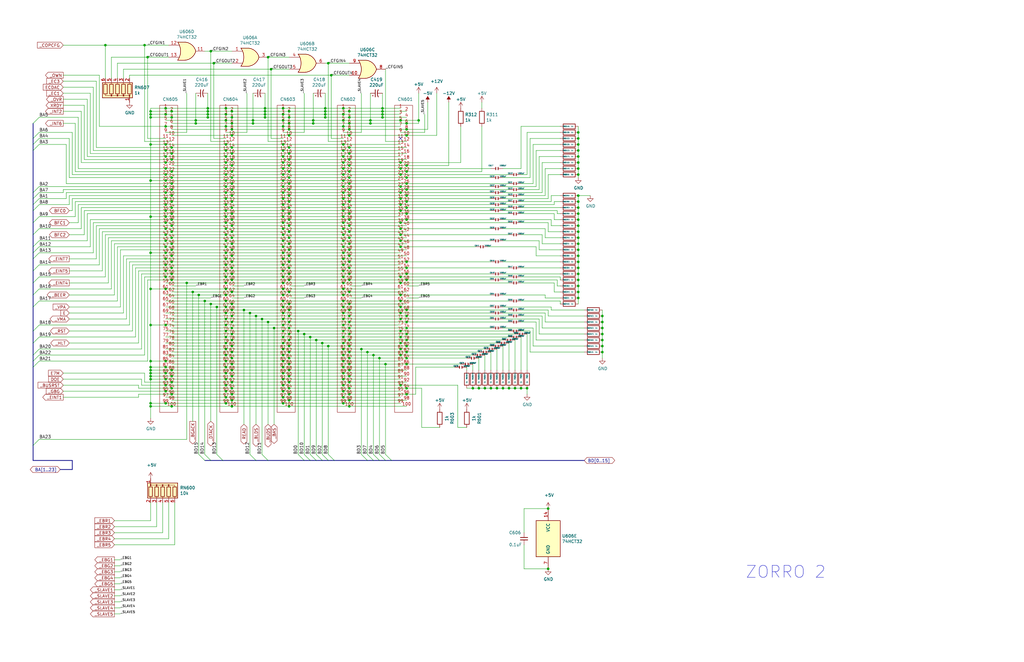
<source format=kicad_sch>
(kicad_sch (version 20230121) (generator eeschema)
  (paper "B")
  (title_block (title "Amiga 2000 EATX") (date "2023-03-10") (rev "3.0"))
  (junction (at 168.91 134.62))
  (junction (at 199.39 163.83))
  (junction (at 95.25 93.98))
  (junction (at 95.25 147.32))
  (junction (at 168.91 99.06))
  (junction (at 168.91 93.98))
  (junction (at 121.92 82.55))
  (junction (at 113.03 24.13))
  (junction (at 95.25 53.34))
  (junction (at 95.25 119.38))
  (junction (at 121.92 158.75))
  (junction (at 147.32 92.71))
  (junction (at 97.79 146.05))
  (junction (at 72.39 163.83))
  (junction (at 147.32 158.75))
  (junction (at 156.21 52.07))
  (junction (at 72.39 74.93))
  (junction (at 121.92 123.19))
  (junction (at 97.79 156.21))
  (junction (at 231.14 240.03))
  (junction (at 95.25 144.78))
  (junction (at 72.39 62.23))
  (junction (at 95.25 127))
  (junction (at 121.92 74.93))
  (junction (at 144.78 162.56))
  (junction (at 212.09 163.83))
  (junction (at 156.21 50.8))
  (junction (at 144.78 119.38))
  (junction (at 119.38 165.1))
  (junction (at 171.45 82.55))
  (junction (at 95.25 60.96))
  (junction (at 72.39 64.77))
  (junction (at 95.25 71.12))
  (junction (at 147.32 67.31))
  (junction (at 119.38 88.9))
  (junction (at 119.38 101.6))
  (junction (at 147.32 151.13))
  (junction (at 144.78 132.08))
  (junction (at 171.45 148.59))
  (junction (at 119.38 86.36))
  (junction (at 86.36 127))
  (junction (at 97.79 118.11))
  (junction (at 97.79 97.79))
  (junction (at 147.32 82.55))
  (junction (at 95.25 142.24))
  (junction (at 69.85 109.22))
  (junction (at 243.84 100.33))
  (junction (at 63.5 121.92))
  (junction (at 95.25 170.18))
  (junction (at 171.45 130.81))
  (junction (at 95.25 63.5))
  (junction (at 144.78 71.12))
  (junction (at 121.92 46.99))
  (junction (at 144.78 48.26))
  (junction (at 121.92 107.95))
  (junction (at 144.78 104.14))
  (junction (at 111.76 48.26))
  (junction (at 97.79 90.17))
  (junction (at 168.91 101.6))
  (junction (at 97.79 130.81))
  (junction (at 121.92 153.67))
  (junction (at 119.38 157.48))
  (junction (at 147.32 69.85))
  (junction (at 139.7 31.75))
  (junction (at 119.38 93.98))
  (junction (at 144.78 81.28))
  (junction (at 121.92 105.41))
  (junction (at 147.32 46.99))
  (junction (at 97.79 67.31))
  (junction (at 119.38 160.02))
  (junction (at 95.25 157.48))
  (junction (at 121.92 64.77))
  (junction (at 69.85 76.2))
  (junction (at 209.55 163.83))
  (junction (at 254 146.05))
  (junction (at 121.92 138.43))
  (junction (at 147.32 113.03))
  (junction (at 69.85 68.58))
  (junction (at 72.39 110.49))
  (junction (at 171.45 143.51))
  (junction (at 69.85 157.48))
  (junction (at 88.9 128.27))
  (junction (at 72.39 92.71))
  (junction (at 95.25 132.08))
  (junction (at 147.32 130.81))
  (junction (at 63.5 106.68))
  (junction (at 95.25 137.16))
  (junction (at 243.84 66.04))
  (junction (at 144.78 137.16))
  (junction (at 95.25 88.9))
  (junction (at 111.76 45.72))
  (junction (at 72.39 49.53))
  (junction (at 161.29 49.53))
  (junction (at 147.32 105.41))
  (junction (at 168.91 81.28))
  (junction (at 147.32 85.09))
  (junction (at 119.38 127))
  (junction (at 119.38 170.18))
  (junction (at 72.39 161.29))
  (junction (at 119.38 121.92))
  (junction (at 168.91 73.66))
  (junction (at 147.32 49.53))
  (junction (at 147.32 72.39))
  (junction (at 119.38 53.34))
  (junction (at 63.5 160.02))
  (junction (at 95.25 124.46))
  (junction (at 147.32 57.15))
  (junction (at 119.38 119.38))
  (junction (at 137.16 49.53))
  (junction (at 121.92 146.05))
  (junction (at 69.85 165.1))
  (junction (at 95.25 83.82))
  (junction (at 144.78 96.52))
  (junction (at 157.48 149.86))
  (junction (at 168.91 127))
  (junction (at 147.32 171.45))
  (junction (at 95.25 91.44))
  (junction (at 147.32 143.51))
  (junction (at 72.39 97.79))
  (junction (at 97.79 49.53))
  (junction (at 147.32 110.49))
  (junction (at 121.92 57.15))
  (junction (at 95.25 104.14))
  (junction (at 97.79 168.91))
  (junction (at 113.03 135.89))
  (junction (at 161.29 45.72))
  (junction (at 168.91 50.8))
  (junction (at 121.92 100.33))
  (junction (at 95.25 154.94))
  (junction (at 168.91 71.12))
  (junction (at 119.38 167.64))
  (junction (at 69.85 106.68))
  (junction (at 171.45 166.37))
  (junction (at 144.78 147.32))
  (junction (at 69.85 45.72))
  (junction (at 119.38 63.5))
  (junction (at 254 133.35))
  (junction (at 72.39 118.11))
  (junction (at 121.92 54.61))
  (junction (at 168.91 144.78))
  (junction (at 243.84 92.71))
  (junction (at 69.85 152.4))
  (junction (at 171.45 133.35))
  (junction (at 97.79 52.07))
  (junction (at 95.25 165.1))
  (junction (at 121.92 130.81))
  (junction (at 63.5 76.2))
  (junction (at 147.32 133.35))
  (junction (at 95.25 121.92))
  (junction (at 137.16 45.72))
  (junction (at 72.39 115.57))
  (junction (at 97.79 128.27))
  (junction (at 144.78 91.44))
  (junction (at 119.38 162.56))
  (junction (at 69.85 88.9))
  (junction (at 144.78 45.72))
  (junction (at 243.84 107.95))
  (junction (at 87.63 49.53))
  (junction (at 119.38 68.58))
  (junction (at 243.84 58.42))
  (junction (at 119.38 66.04))
  (junction (at 144.78 160.02))
  (junction (at 121.92 92.71))
  (junction (at 69.85 111.76))
  (junction (at 171.45 146.05))
  (junction (at 147.32 135.89))
  (junction (at 69.85 60.96))
  (junction (at 144.78 121.92))
  (junction (at 95.25 139.7))
  (junction (at 119.38 76.2))
  (junction (at 121.92 62.23))
  (junction (at 171.45 90.17))
  (junction (at 168.91 124.46))
  (junction (at 63.5 170.18))
  (junction (at 97.79 64.77))
  (junction (at 171.45 72.39))
  (junction (at 154.94 148.59))
  (junction (at 72.39 158.75))
  (junction (at 132.08 50.8))
  (junction (at 72.39 72.39))
  (junction (at 168.91 129.54))
  (junction (at 69.85 101.6))
  (junction (at 119.38 81.28))
  (junction (at 63.5 154.94))
  (junction (at 231.14 214.63))
  (junction (at 95.25 167.64))
  (junction (at 243.84 95.25))
  (junction (at 171.45 110.49))
  (junction (at 254 148.59))
  (junction (at 147.32 123.19))
  (junction (at 119.38 50.8))
  (junction (at 95.25 109.22))
  (junction (at 119.38 109.22))
  (junction (at 119.38 111.76))
  (junction (at 119.38 60.96))
  (junction (at 144.78 106.68))
  (junction (at 144.78 50.8))
  (junction (at 72.39 67.31))
  (junction (at 69.85 78.74))
  (junction (at 95.25 66.04))
  (junction (at 243.84 113.03))
  (junction (at 144.78 78.74))
  (junction (at 168.91 78.74))
  (junction (at 168.91 142.24))
  (junction (at 138.43 26.67))
  (junction (at 81.28 123.19))
  (junction (at 144.78 114.3))
  (junction (at 97.79 140.97))
  (junction (at 138.43 146.05))
  (junction (at 44.45 19.05))
  (junction (at 119.38 139.7))
  (junction (at 95.25 162.56))
  (junction (at 147.32 100.33))
  (junction (at 69.85 121.92))
  (junction (at 82.55 52.07))
  (junction (at 121.92 90.17))
  (junction (at 69.85 81.28))
  (junction (at 121.92 52.07))
  (junction (at 97.79 153.67))
  (junction (at 97.79 82.55))
  (junction (at 147.32 146.05))
  (junction (at 95.25 106.68))
  (junction (at 95.25 78.74))
  (junction (at 106.68 52.07))
  (junction (at 171.45 153.67))
  (junction (at 97.79 92.71))
  (junction (at 144.78 142.24))
  (junction (at 95.25 99.06))
  (junction (at 119.38 154.94))
  (junction (at 95.25 114.3))
  (junction (at 171.45 135.89))
  (junction (at 97.79 166.37))
  (junction (at 171.45 138.43))
  (junction (at 121.92 110.49))
  (junction (at 128.27 140.97))
  (junction (at 69.85 116.84))
  (junction (at 72.39 102.87))
  (junction (at 121.92 140.97))
  (junction (at 144.78 144.78))
  (junction (at 97.79 69.85))
  (junction (at 69.85 63.5))
  (junction (at 69.85 160.02))
  (junction (at 97.79 57.15))
  (junction (at 152.4 147.32))
  (junction (at 133.35 143.51))
  (junction (at 144.78 139.7))
  (junction (at 243.84 85.09))
  (junction (at 72.39 107.95))
  (junction (at 147.32 54.61))
  (junction (at 207.01 163.83))
  (junction (at 144.78 116.84))
  (junction (at 72.39 82.55))
  (junction (at 119.38 106.68))
  (junction (at 147.32 163.83))
  (junction (at 95.25 149.86))
  (junction (at 176.53 50.8))
  (junction (at 97.79 77.47))
  (junction (at 147.32 102.87))
  (junction (at 144.78 68.58))
  (junction (at 72.39 95.25))
  (junction (at 95.25 50.8))
  (junction (at 243.84 118.11))
  (junction (at 168.91 162.56))
  (junction (at 97.79 46.99))
  (junction (at 119.38 137.16))
  (junction (at 95.25 96.52))
  (junction (at 171.45 140.97))
  (junction (at 119.38 91.44))
  (junction (at 69.85 53.34))
  (junction (at 95.25 48.26))
  (junction (at 168.91 83.82))
  (junction (at 72.39 80.01))
  (junction (at 171.45 69.85))
  (junction (at 147.32 52.07))
  (junction (at 254 143.51))
  (junction (at 121.92 95.25))
  (junction (at 69.85 73.66))
  (junction (at 119.38 116.84))
  (junction (at 147.32 97.79))
  (junction (at 243.84 125.73))
  (junction (at 95.25 81.28))
  (junction (at 243.84 60.96))
  (junction (at 87.63 45.72))
  (junction (at 119.38 114.3))
  (junction (at 69.85 99.06))
  (junction (at 171.45 85.09))
  (junction (at 97.79 151.13))
  (junction (at 144.78 86.36))
  (junction (at 219.71 163.83))
  (junction (at 72.39 77.47))
  (junction (at 97.79 123.19))
  (junction (at 144.78 101.6))
  (junction (at 144.78 53.34))
  (junction (at 72.39 87.63))
  (junction (at 144.78 170.18))
  (junction (at 243.84 55.88))
  (junction (at 161.29 46.99))
  (junction (at 69.85 48.26))
  (junction (at 147.32 140.97))
  (junction (at 72.39 105.41))
  (junction (at 63.5 171.45))
  (junction (at 97.79 102.87))
  (junction (at 87.63 46.99))
  (junction (at 171.45 74.93))
  (junction (at 243.84 97.79))
  (junction (at 121.92 87.63))
  (junction (at 63.5 91.44))
  (junction (at 95.25 86.36))
  (junction (at 168.91 88.9))
  (junction (at 147.32 87.63))
  (junction (at 83.82 124.46))
  (junction (at 97.79 148.59))
  (junction (at 243.84 73.66))
  (junction (at 97.79 87.63))
  (junction (at 69.85 93.98))
  (junction (at 144.78 154.94))
  (junction (at 171.45 113.03))
  (junction (at 121.92 72.39))
  (junction (at 121.92 156.21))
  (junction (at 69.85 86.36))
  (junction (at 147.32 90.17))
  (junction (at 121.92 171.45))
  (junction (at 110.49 134.62))
  (junction (at 95.25 73.66))
  (junction (at 107.95 133.35))
  (junction (at 144.78 167.64))
  (junction (at 147.32 77.47))
  (junction (at 63.5 60.96))
  (junction (at 147.32 138.43))
  (junction (at 95.25 129.54))
  (junction (at 121.92 135.89))
  (junction (at 161.29 48.26))
  (junction (at 63.5 158.75))
  (junction (at 147.32 168.91))
  (junction (at 214.63 163.83))
  (junction (at 97.79 143.51))
  (junction (at 97.79 72.39))
  (junction (at 243.84 120.65))
  (junction (at 121.92 113.03))
  (junction (at 243.84 90.17))
  (junction (at 243.84 68.58))
  (junction (at 69.85 137.16))
  (junction (at 147.32 80.01))
  (junction (at 168.91 147.32))
  (junction (at 121.92 151.13))
  (junction (at 88.9 21.59))
  (junction (at 121.92 166.37))
  (junction (at 144.78 66.04))
  (junction (at 168.91 86.36))
  (junction (at 144.78 63.5))
  (junction (at 69.85 66.04))
  (junction (at 147.32 74.93))
  (junction (at 168.91 139.7))
  (junction (at 171.45 57.15))
  (junction (at 105.41 132.08))
  (junction (at 243.84 105.41))
  (junction (at 121.92 148.59))
  (junction (at 97.79 113.03))
  (junction (at 97.79 135.89))
  (junction (at 147.32 161.29))
  (junction (at 97.79 115.57))
  (junction (at 243.84 110.49))
  (junction (at 243.84 102.87))
  (junction (at 95.25 111.76))
  (junction (at 97.79 85.09))
  (junction (at 69.85 162.56))
  (junction (at 171.45 115.57))
  (junction (at 78.74 119.38))
  (junction (at 97.79 163.83))
  (junction (at 114.3 29.21))
  (junction (at 254 135.89))
  (junction (at 119.38 124.46))
  (junction (at 144.78 73.66))
  (junction (at 111.76 46.99))
  (junction (at 171.45 52.07))
  (junction (at 144.78 76.2))
  (junction (at 147.32 95.25))
  (junction (at 119.38 149.86))
  (junction (at 119.38 147.32))
  (junction (at 63.5 152.4))
  (junction (at 97.79 80.01))
  (junction (at 121.92 80.01))
  (junction (at 121.92 118.11))
  (junction (at 171.45 151.13))
  (junction (at 121.92 97.79))
  (junction (at 72.39 171.45))
  (junction (at 119.38 78.74))
  (junction (at 119.38 142.24))
  (junction (at 72.39 85.09))
  (junction (at 144.78 83.82))
  (junction (at 69.85 71.12))
  (junction (at 168.91 132.08))
  (junction (at 243.84 82.55))
  (junction (at 147.32 128.27))
  (junction (at 171.45 87.63))
  (junction (at 144.78 88.9))
  (junction (at 119.38 71.12))
  (junction (at 72.39 113.03))
  (junction (at 147.32 107.95))
  (junction (at 62.23 24.13))
  (junction (at 69.85 114.3))
  (junction (at 95.25 45.72))
  (junction (at 121.92 128.27))
  (junction (at 95.25 160.02))
  (junction (at 97.79 107.95))
  (junction (at 144.78 109.22))
  (junction (at 95.25 76.2))
  (junction (at 121.92 163.83))
  (junction (at 95.25 68.58))
  (junction (at 137.16 46.99))
  (junction (at 69.85 170.18))
  (junction (at 144.78 165.1))
  (junction (at 121.92 67.31))
  (junction (at 69.85 83.82))
  (junction (at 147.32 62.23))
  (junction (at 95.25 116.84))
  (junction (at 121.92 102.87))
  (junction (at 243.84 63.5))
  (junction (at 91.44 129.54))
  (junction (at 119.38 45.72))
  (junction (at 119.38 134.62))
  (junction (at 121.92 133.35))
  (junction (at 102.87 130.81))
  (junction (at 144.78 127))
  (junction (at 97.79 54.61))
  (junction (at 97.79 105.41))
  (junction (at 69.85 154.94))
  (junction (at 168.91 119.38))
  (junction (at 171.45 77.47))
  (junction (at 119.38 99.06))
  (junction (at 121.92 168.91))
  (junction (at 69.85 91.44))
  (junction (at 111.76 49.53))
  (junction (at 243.84 123.19))
  (junction (at 147.32 166.37))
  (junction (at 144.78 149.86))
  (junction (at 97.79 100.33))
  (junction (at 121.92 49.53))
  (junction (at 147.32 148.59))
  (junction (at 254 138.43))
  (junction (at 147.32 64.77))
  (junction (at 121.92 161.29))
  (junction (at 119.38 152.4))
  (junction (at 168.91 68.58))
  (junction (at 63.5 137.16))
  (junction (at 171.45 118.11))
  (junction (at 63.5 48.26))
  (junction (at 106.68 50.8))
  (junction (at 63.5 157.48))
  (junction (at 119.38 144.78))
  (junction (at 135.89 144.78))
  (junction (at 162.56 153.67))
  (junction (at 171.45 163.83))
  (junction (at 243.84 71.12))
  (junction (at 171.45 92.71))
  (junction (at 72.39 90.17))
  (junction (at 97.79 62.23))
  (junction (at 147.32 115.57))
  (junction (at 97.79 171.45))
  (junction (at 119.38 73.66))
  (junction (at 171.45 80.01))
  (junction (at 121.92 85.09))
  (junction (at 147.32 118.11))
  (junction (at 119.38 48.26))
  (junction (at 63.5 49.53))
  (junction (at 95.25 152.4))
  (junction (at 168.91 116.84))
  (junction (at 147.32 153.67))
  (junction (at 69.85 96.52))
  (junction (at 72.39 166.37))
  (junction (at 144.78 60.96))
  (junction (at 95.25 134.62))
  (junction (at 168.91 104.14))
  (junction (at 97.79 133.35))
  (junction (at 82.55 50.8))
  (junction (at 97.79 95.25))
  (junction (at 204.47 163.83))
  (junction (at 171.45 54.61))
  (junction (at 144.78 111.76))
  (junction (at 72.39 156.21))
  (junction (at 144.78 129.54))
  (junction (at 201.93 163.83))
  (junction (at 144.78 93.98))
  (junction (at 115.57 138.43))
  (junction (at 144.78 152.4))
  (junction (at 144.78 134.62))
  (junction (at 87.63 48.26))
  (junction (at 254 140.97))
  (junction (at 119.38 129.54))
  (junction (at 60.96 19.05))
  (junction (at 95.25 101.6))
  (junction (at 72.39 100.33))
  (junction (at 119.38 132.08))
  (junction (at 72.39 46.99))
  (junction (at 243.84 115.57))
  (junction (at 90.17 26.67))
  (junction (at 125.73 139.7))
  (junction (at 69.85 104.14))
  (junction (at 119.38 83.82))
  (junction (at 97.79 161.29))
  (junction (at 97.79 74.93))
  (junction (at 119.38 104.14))
  (junction (at 63.5 156.21))
  (junction (at 97.79 158.75))
  (junction (at 132.08 52.07))
  (junction (at 97.79 138.43))
  (junction (at 144.78 124.46))
  (junction (at 121.92 115.57))
  (junction (at 121.92 143.51))
  (junction (at 217.17 163.83))
  (junction (at 243.84 87.63))
  (junction (at 63.5 46.99))
  (junction (at 121.92 69.85))
  (junction (at 147.32 156.21))
  (junction (at 144.78 157.48))
  (junction (at 121.92 77.47))
  (junction (at 222.25 163.83))
  (junction (at 119.38 96.52))
  (junction (at 137.16 48.26))
  (junction (at 144.78 99.06))
  (junction (at 168.91 149.86))
  (junction (at 130.81 142.24))
  (junction (at 97.79 110.49))
  (junction (at 168.91 96.52))
  (junction (at 160.02 151.13))
  (no_connect (at 168.91 58.42))
  (bus_entry (at 16.51 78.74) (size -2.54 2.54))
  (bus_entry (at 16.51 58.42) (size -2.54 2.54))
  (bus_entry (at 16.51 142.24) (size -2.54 2.54))
  (bus_entry (at 16.51 104.14) (size -2.54 2.54))
  (bus_entry (at 16.51 111.76) (size -2.54 2.54))
  (bus_entry (at 157.48 191.77) (size 2.54 2.54))
  (bus_entry (at 16.51 60.96) (size -2.54 2.54))
  (bus_entry (at 16.51 55.88) (size -2.54 2.54))
  (bus_entry (at 16.51 116.84) (size -2.54 2.54))
  (bus_entry (at 16.51 83.82) (size -2.54 2.54))
  (bus_entry (at 128.27 191.77) (size 2.54 2.54))
  (bus_entry (at 16.51 137.16) (size -2.54 2.54))
  (bus_entry (at 16.51 81.28) (size -2.54 2.54))
  (bus_entry (at 91.44 191.77) (size 2.54 2.54))
  (bus_entry (at 110.49 191.77) (size 2.54 2.54))
  (bus_entry (at 16.51 127) (size -2.54 2.54))
  (bus_entry (at 16.51 147.32) (size -2.54 2.54))
  (bus_entry (at 16.51 91.44) (size -2.54 2.54))
  (bus_entry (at 16.51 149.86) (size -2.54 2.54))
  (bus_entry (at 86.36 191.77) (size 2.54 2.54))
  (bus_entry (at 13.97 52.07) (size 2.54 -2.54))
  (bus_entry (at 16.51 121.92) (size -2.54 2.54))
  (bus_entry (at 135.89 191.77) (size 2.54 2.54))
  (bus_entry (at 16.51 101.6) (size -2.54 2.54))
  (bus_entry (at 16.51 185.42) (size -2.54 2.54))
  (bus_entry (at 16.51 96.52) (size -2.54 2.54))
  (bus_entry (at 138.43 191.77) (size 2.54 2.54))
  (bus_entry (at 154.94 191.77) (size 2.54 2.54))
  (bus_entry (at 133.35 191.77) (size 2.54 2.54))
  (bus_entry (at 162.56 191.77) (size 2.54 2.54))
  (bus_entry (at 152.4 191.77) (size 2.54 2.54))
  (bus_entry (at 105.41 191.77) (size 2.54 2.54))
  (bus_entry (at 16.51 106.68) (size -2.54 2.54))
  (bus_entry (at 130.81 191.77) (size 2.54 2.54))
  (bus_entry (at 83.82 191.77) (size 2.54 2.54))
  (bus_entry (at 16.51 152.4) (size -2.54 2.54))
  (bus_entry (at 160.02 191.77) (size 2.54 2.54))
  (bus_entry (at 125.73 191.77) (size 2.54 2.54))
  (bus_entry (at 16.51 86.36) (size -2.54 2.54))
  (bus (pts (xy 13.97 60.96) (xy 13.97 63.5)))
  (wire (pts (xy 226.06 135.89) (xy 226.06 143.51)))
  (wire (pts (xy 171.45 163.83) (xy 177.8 163.83)))
  (bus (pts (xy 138.43 194.31) (xy 140.97 194.31)))
  (wire (pts (xy 212.09 71.12) (xy 219.71 71.12)))
  (bus (pts (xy 13.97 139.7) (xy 13.97 144.78)))
  (wire (pts (xy 54.61 31.75) (xy 139.7 31.75)))
  (wire (pts (xy 168.91 106.68) (xy 144.78 106.68)))
  (wire (pts (xy 200.66 104.14) (xy 168.91 104.14)))
  (wire (pts (xy 48.26 124.46) (xy 48.26 102.87)))
  (wire (pts (xy 31.75 72.39) (xy 31.75 52.07)))
  (wire (pts (xy 243.84 113.03) (xy 243.84 110.49)))
  (wire (pts (xy 119.38 109.22) (xy 95.25 109.22)))
  (wire (pts (xy 60.96 157.48) (xy 26.67 157.48)))
  (wire (pts (xy 171.45 69.85) (xy 147.32 69.85)))
  (wire (pts (xy 171.45 148.59) (xy 201.93 148.59)))
  (wire (pts (xy 48.26 227.33) (xy 71.12 227.33)))
  (wire (pts (xy 144.78 144.78) (xy 168.91 144.78)))
  (wire (pts (xy 168.91 104.14) (xy 144.78 104.14)))
  (wire (pts (xy 171.45 77.47) (xy 147.32 77.47)))
  (wire (pts (xy 95.25 137.16) (xy 119.38 137.16)))
  (bus (pts (xy 162.56 194.31) (xy 165.1 194.31)))
  (wire (pts (xy 168.91 109.22) (xy 144.78 109.22)))
  (wire (pts (xy 168.91 86.36) (xy 144.78 86.36)))
  (wire (pts (xy 71.12 19.05) (xy 60.96 19.05)))
  (wire (pts (xy 205.74 104.14) (xy 226.06 104.14)))
  (wire (pts (xy 121.92 138.43) (xy 115.57 138.43)))
  (wire (pts (xy 107.95 133.35) (xy 121.92 133.35)))
  (wire (pts (xy 69.85 142.24) (xy 95.25 142.24)))
  (wire (pts (xy 161.29 39.37) (xy 161.29 45.72)))
  (wire (pts (xy 97.79 140.97) (xy 72.39 140.97)))
  (wire (pts (xy 243.84 82.55) (xy 243.84 85.09)))
  (wire (pts (xy 72.39 102.87) (xy 97.79 102.87)))
  (wire (pts (xy 63.5 45.72) (xy 63.5 46.99)))
  (wire (pts (xy 184.15 57.15) (xy 184.15 39.37)))
  (wire (pts (xy 26.67 81.28) (xy 16.51 81.28)))
  (wire (pts (xy 144.78 142.24) (xy 168.91 142.24)))
  (wire (pts (xy 219.71 77.47) (xy 224.79 77.47)))
  (wire (pts (xy 72.39 120.65) (xy 82.55 120.65)))
  (wire (pts (xy 35.56 44.45) (xy 35.56 67.31)))
  (wire (pts (xy 162.56 153.67) (xy 147.32 153.67)))
  (wire (pts (xy 40.64 62.23) (xy 40.64 34.29)))
  (wire (pts (xy 16.51 121.92) (xy 46.99 121.92)))
  (wire (pts (xy 119.38 162.56) (xy 144.78 162.56)))
  (wire (pts (xy 119.38 121.92) (xy 95.25 121.92)))
  (wire (pts (xy 212.09 86.36) (xy 233.68 86.36)))
  (wire (pts (xy 97.79 69.85) (xy 72.39 69.85)))
  (wire (pts (xy 171.45 133.35) (xy 147.32 133.35)))
  (wire (pts (xy 121.92 146.05) (xy 97.79 146.05)))
  (bus (pts (xy 93.98 194.31) (xy 107.95 194.31)))
  (wire (pts (xy 59.69 162.56) (xy 59.69 160.02)))
  (wire (pts (xy 95.25 96.52) (xy 69.85 96.52)))
  (wire (pts (xy 223.52 74.93) (xy 223.52 58.42)))
  (wire (pts (xy 119.38 71.12) (xy 144.78 71.12)))
  (wire (pts (xy 68.58 212.09) (xy 68.58 224.79)))
  (wire (pts (xy 171.45 151.13) (xy 160.02 151.13)))
  (wire (pts (xy 231.14 73.66) (xy 236.22 73.66)))
  (wire (pts (xy 121.92 153.67) (xy 97.79 153.67)))
  (wire (pts (xy 147.32 72.39) (xy 121.92 72.39)))
  (wire (pts (xy 97.79 118.11) (xy 121.92 118.11)))
  (wire (pts (xy 137.16 48.26) (xy 137.16 49.53)))
  (wire (pts (xy 62.23 24.13) (xy 71.12 24.13)))
  (wire (pts (xy 88.9 177.8) (xy 88.9 128.27)))
  (wire (pts (xy 95.25 170.18) (xy 119.38 170.18)))
  (wire (pts (xy 95.25 157.48) (xy 119.38 157.48)))
  (wire (pts (xy 138.43 26.67) (xy 147.32 26.67)))
  (wire (pts (xy 156.21 39.37) (xy 156.21 50.8)))
  (wire (pts (xy 63.5 170.18) (xy 63.5 171.45)))
  (wire (pts (xy 233.68 119.38) (xy 233.68 123.19)))
  (wire (pts (xy 222.25 140.97) (xy 222.25 156.21)))
  (wire (pts (xy 111.76 49.53) (xy 121.92 49.53)))
  (wire (pts (xy 50.8 105.41) (xy 72.39 105.41)))
  (wire (pts (xy 171.45 87.63) (xy 214.63 87.63)))
  (wire (pts (xy 157.48 149.86) (xy 157.48 191.77)))
  (wire (pts (xy 168.91 101.6) (xy 144.78 101.6)))
  (wire (pts (xy 147.32 87.63) (xy 171.45 87.63)))
  (wire (pts (xy 171.45 110.49) (xy 207.01 110.49)))
  (wire (pts (xy 222.25 55.88) (xy 236.22 55.88)))
  (wire (pts (xy 243.84 58.42) (xy 243.84 55.88)))
  (wire (pts (xy 97.79 115.57) (xy 121.92 115.57)))
  (wire (pts (xy 144.78 134.62) (xy 168.91 134.62)))
  (wire (pts (xy 95.25 129.54) (xy 119.38 129.54)))
  (wire (pts (xy 199.39 163.83) (xy 201.93 163.83)))
  (wire (pts (xy 121.92 163.83) (xy 97.79 163.83)))
  (wire (pts (xy 233.68 92.71) (xy 236.22 92.71)))
  (wire (pts (xy 125.73 139.7) (xy 144.78 139.7)))
  (wire (pts (xy 16.51 78.74) (xy 69.85 78.74)))
  (wire (pts (xy 135.89 144.78) (xy 135.89 191.77)))
  (wire (pts (xy 63.5 121.92) (xy 63.5 137.16)))
  (wire (pts (xy 175.26 166.37) (xy 175.26 154.94)))
  (wire (pts (xy 171.45 72.39) (xy 203.2 72.39)))
  (wire (pts (xy 57.15 142.24) (xy 57.15 113.03)))
  (wire (pts (xy 171.45 166.37) (xy 147.32 166.37)))
  (wire (pts (xy 27.94 60.96) (xy 27.94 77.47)))
  (wire (pts (xy 97.79 125.73) (xy 102.87 125.73)))
  (wire (pts (xy 171.45 74.93) (xy 147.32 74.93)))
  (bus (pts (xy 113.03 194.31) (xy 128.27 194.31)))
  (wire (pts (xy 95.25 99.06) (xy 69.85 99.06)))
  (wire (pts (xy 59.69 147.32) (xy 59.69 115.57)))
  (wire (pts (xy 41.91 96.52) (xy 69.85 96.52)))
  (wire (pts (xy 229.87 135.89) (xy 246.38 135.89)))
  (wire (pts (xy 54.61 33.02) (xy 54.61 31.75)))
  (wire (pts (xy 58.42 167.64) (xy 26.67 167.64)))
  (bus (pts (xy 13.97 106.68) (xy 13.97 109.22)))
  (wire (pts (xy 36.83 101.6) (xy 36.83 90.17)))
  (bus (pts (xy 13.97 124.46) (xy 13.97 129.54)))
  (wire (pts (xy 135.89 144.78) (xy 144.78 144.78)))
  (wire (pts (xy 147.32 128.27) (xy 121.92 128.27)))
  (wire (pts (xy 104.14 55.88) (xy 104.14 39.37)))
  (wire (pts (xy 33.02 86.36) (xy 69.85 86.36)))
  (wire (pts (xy 95.25 152.4) (xy 119.38 152.4)))
  (wire (pts (xy 121.92 105.41) (xy 147.32 105.41)))
  (wire (pts (xy 162.56 153.67) (xy 162.56 191.77)))
  (wire (pts (xy 147.32 97.79) (xy 171.45 97.79)))
  (wire (pts (xy 78.74 55.88) (xy 78.74 39.37)))
  (wire (pts (xy 137.16 39.37) (xy 137.16 45.72)))
  (wire (pts (xy 38.1 39.37) (xy 26.67 39.37)))
  (bus (pts (xy 13.97 114.3) (xy 13.97 119.38)))
  (wire (pts (xy 52.07 107.95) (xy 72.39 107.95)))
  (wire (pts (xy 29.21 144.78) (xy 58.42 144.78)))
  (wire (pts (xy 110.49 134.62) (xy 110.49 191.77)))
  (wire (pts (xy 39.37 106.68) (xy 39.37 93.98)))
  (wire (pts (xy 147.32 52.07) (xy 132.08 52.07)))
  (wire (pts (xy 144.78 154.94) (xy 168.91 154.94)))
  (wire (pts (xy 72.39 128.27) (xy 88.9 128.27)))
  (wire (pts (xy 212.09 74.93) (xy 223.52 74.93)))
  (wire (pts (xy 95.25 93.98) (xy 69.85 93.98)))
  (wire (pts (xy 161.29 46.99) (xy 161.29 48.26)))
  (wire (pts (xy 229.87 132.08) (xy 229.87 135.89)))
  (wire (pts (xy 119.38 73.66) (xy 144.78 73.66)))
  (wire (pts (xy 69.85 154.94) (xy 63.5 154.94)))
  (wire (pts (xy 97.79 62.23) (xy 72.39 62.23)))
  (wire (pts (xy 121.92 113.03) (xy 147.32 113.03)))
  (wire (pts (xy 46.99 24.13) (xy 62.23 24.13)))
  (wire (pts (xy 97.79 54.61) (xy 72.39 54.61)))
  (wire (pts (xy 49.53 104.14) (xy 69.85 104.14)))
  (wire (pts (xy 72.39 46.99) (xy 63.5 46.99)))
  (wire (pts (xy 46.99 33.02) (xy 46.99 24.13)))
  (wire (pts (xy 95.25 48.26) (xy 111.76 48.26)))
  (wire (pts (xy 228.6 68.58) (xy 236.22 68.58)))
  (wire (pts (xy 97.79 158.75) (xy 72.39 158.75)))
  (wire (pts (xy 41.91 53.34) (xy 69.85 53.34)))
  (wire (pts (xy 48.26 224.79) (xy 68.58 224.79)))
  (wire (pts (xy 144.78 139.7) (xy 168.91 139.7)))
  (wire (pts (xy 114.3 29.21) (xy 52.07 29.21)))
  (wire (pts (xy 121.92 118.11) (xy 147.32 118.11)))
  (wire (pts (xy 144.78 124.46) (xy 119.38 124.46)))
  (wire (pts (xy 113.03 179.07) (xy 113.03 135.89)))
  (wire (pts (xy 171.45 67.31) (xy 147.32 67.31)))
  (wire (pts (xy 137.16 45.72) (xy 144.78 45.72)))
  (wire (pts (xy 203.2 45.72) (xy 203.2 43.18)))
  (wire (pts (xy 97.79 143.51) (xy 72.39 143.51)))
  (wire (pts (xy 119.38 147.32) (xy 144.78 147.32)))
  (wire (pts (xy 95.25 129.54) (xy 91.44 129.54)))
  (wire (pts (xy 97.79 57.15) (xy 121.92 57.15)))
  (wire (pts (xy 95.25 71.12) (xy 119.38 71.12)))
  (wire (pts (xy 16.51 104.14) (xy 38.1 104.14)))
  (wire (pts (xy 16.51 116.84) (xy 44.45 116.84)))
  (wire (pts (xy 43.18 97.79) (xy 72.39 97.79)))
  (wire (pts (xy 97.79 166.37) (xy 72.39 166.37)))
  (wire (pts (xy 147.32 113.03) (xy 171.45 113.03)))
  (wire (pts (xy 209.55 144.78) (xy 168.91 144.78)))
  (wire (pts (xy 95.25 76.2) (xy 119.38 76.2)))
  (wire (pts (xy 63.5 160.02) (xy 63.5 170.18)))
  (wire (pts (xy 212.09 110.49) (xy 236.22 110.49)))
  (wire (pts (xy 29.21 93.98) (xy 33.02 93.98)))
  (wire (pts (xy 144.78 119.38) (xy 119.38 119.38)))
  (wire (pts (xy 119.38 60.96) (xy 144.78 60.96)))
  (wire (pts (xy 27.94 81.28) (xy 69.85 81.28)))
  (wire (pts (xy 243.84 82.55) (xy 248.92 82.55)))
  (bus (pts (xy 130.81 194.31) (xy 133.35 194.31)))
  (wire (pts (xy 228.6 81.28) (xy 228.6 68.58)))
  (wire (pts (xy 156.21 52.07) (xy 147.32 52.07)))
  (wire (pts (xy 147.32 156.21) (xy 121.92 156.21)))
  (wire (pts (xy 147.32 95.25) (xy 171.45 95.25)))
  (wire (pts (xy 119.38 81.28) (xy 144.78 81.28)))
  (wire (pts (xy 41.91 111.76) (xy 41.91 96.52)))
  (wire (pts (xy 87.63 46.99) (xy 72.39 46.99)))
  (wire (pts (xy 147.32 77.47) (xy 121.92 77.47)))
  (wire (pts (xy 119.38 170.18) (xy 144.78 170.18)))
  (wire (pts (xy 229.87 125.73) (xy 236.22 125.73)))
  (wire (pts (xy 95.25 167.64) (xy 119.38 167.64)))
  (wire (pts (xy 69.85 124.46) (xy 83.82 124.46)))
  (wire (pts (xy 132.08 39.37) (xy 132.08 50.8)))
  (wire (pts (xy 144.78 63.5) (xy 168.91 63.5)))
  (wire (pts (xy 63.5 91.44) (xy 63.5 106.68)))
  (wire (pts (xy 34.29 87.63) (xy 72.39 87.63)))
  (wire (pts (xy 139.7 31.75) (xy 147.32 31.75)))
  (wire (pts (xy 97.79 95.25) (xy 121.92 95.25)))
  (wire (pts (xy 191.77 154.94) (xy 175.26 154.94)))
  (wire (pts (xy 16.51 152.4) (xy 62.23 152.4)))
  (wire (pts (xy 95.25 149.86) (xy 119.38 149.86)))
  (wire (pts (xy 95.25 116.84) (xy 69.85 116.84)))
  (wire (pts (xy 229.87 96.52) (xy 229.87 100.33)))
  (wire (pts (xy 87.63 45.72) (xy 95.25 45.72)))
  (wire (pts (xy 144.78 83.82) (xy 119.38 83.82)))
  (wire (pts (xy 115.57 138.43) (xy 97.79 138.43)))
  (wire (pts (xy 69.85 76.2) (xy 95.25 76.2)))
  (wire (pts (xy 144.78 147.32) (xy 152.4 147.32)))
  (wire (pts (xy 97.79 90.17) (xy 121.92 90.17)))
  (wire (pts (xy 144.78 88.9) (xy 119.38 88.9)))
  (wire (pts (xy 69.85 63.5) (xy 95.25 63.5)))
  (wire (pts (xy 119.38 55.88) (xy 128.27 55.88)))
  (wire (pts (xy 160.02 151.13) (xy 147.32 151.13)))
  (wire (pts (xy 63.5 156.21) (xy 63.5 157.48)))
  (wire (pts (xy 119.38 76.2) (xy 144.78 76.2)))
  (wire (pts (xy 171.45 46.99) (xy 161.29 46.99)))
  (wire (pts (xy 168.91 88.9) (xy 207.01 88.9)))
  (wire (pts (xy 171.45 85.09) (xy 214.63 85.09)))
  (wire (pts (xy 171.45 82.55) (xy 147.32 82.55)))
  (wire (pts (xy 49.53 26.67) (xy 90.17 26.67)))
  (wire (pts (xy 69.85 91.44) (xy 63.5 91.44)))
  (wire (pts (xy 71.12 227.33) (xy 71.12 212.09)))
  (wire (pts (xy 147.32 120.65) (xy 152.4 120.65)))
  (wire (pts (xy 168.91 68.58) (xy 194.31 68.58)))
  (wire (pts (xy 72.39 97.79) (xy 97.79 97.79)))
  (wire (pts (xy 44.45 33.02) (xy 44.45 19.05)))
  (wire (pts (xy 29.21 82.55) (xy 29.21 86.36)))
  (wire (pts (xy 226.06 107.95) (xy 236.22 107.95)))
  (wire (pts (xy 69.85 139.7) (xy 95.25 139.7)))
  (wire (pts (xy 88.9 59.69) (xy 88.9 21.59)))
  (bus (pts (xy 13.97 144.78) (xy 13.97 149.86)))
  (wire (pts (xy 72.39 105.41) (xy 97.79 105.41)))
  (wire (pts (xy 86.36 127) (xy 95.25 127)))
  (wire (pts (xy 130.81 142.24) (xy 130.81 191.77)))
  (wire (pts (xy 171.45 171.45) (xy 147.32 171.45)))
  (wire (pts (xy 72.39 171.45) (xy 63.5 171.45)))
  (wire (pts (xy 107.95 179.07) (xy 107.95 133.35)))
  (bus (pts (xy 13.97 58.42) (xy 13.97 60.96)))
  (wire (pts (xy 95.25 45.72) (xy 111.76 45.72)))
  (wire (pts (xy 144.78 160.02) (xy 168.91 160.02)))
  (wire (pts (xy 171.45 158.75) (xy 147.32 158.75)))
  (wire (pts (xy 63.5 60.96) (xy 63.5 76.2)))
  (wire (pts (xy 121.92 102.87) (xy 147.32 102.87)))
  (wire (pts (xy 243.84 110.49) (xy 243.84 107.95)))
  (wire (pts (xy 69.85 71.12) (xy 33.02 71.12)))
  (bus (pts (xy 13.97 149.86) (xy 13.97 152.4)))
  (wire (pts (xy 144.78 106.68) (xy 119.38 106.68)))
  (wire (pts (xy 97.79 72.39) (xy 72.39 72.39)))
  (wire (pts (xy 138.43 146.05) (xy 121.92 146.05)))
  (wire (pts (xy 144.78 78.74) (xy 168.91 78.74)))
  (wire (pts (xy 48.26 248.92) (xy 50.8 248.92)))
  (wire (pts (xy 144.78 167.64) (xy 168.91 167.64)))
  (wire (pts (xy 228.6 102.87) (xy 236.22 102.87)))
  (wire (pts (xy 229.87 82.55) (xy 229.87 71.12)))
  (wire (pts (xy 97.79 97.79) (xy 121.92 97.79)))
  (bus (pts (xy 88.9 194.31) (xy 93.98 194.31)))
  (wire (pts (xy 95.25 101.6) (xy 69.85 101.6)))
  (wire (pts (xy 72.39 100.33) (xy 97.79 100.33)))
  (wire (pts (xy 95.25 60.96) (xy 119.38 60.96)))
  (bus (pts (xy 13.97 109.22) (xy 13.97 114.3)))
  (wire (pts (xy 177.8 163.83) (xy 177.8 180.34)))
  (wire (pts (xy 69.85 48.26) (xy 87.63 48.26)))
  (wire (pts (xy 168.91 121.92) (xy 144.78 121.92)))
  (wire (pts (xy 119.38 45.72) (xy 137.16 45.72)))
  (wire (pts (xy 95.25 160.02) (xy 119.38 160.02)))
  (wire (pts (xy 16.51 96.52) (xy 34.29 96.52)))
  (wire (pts (xy 171.45 128.27) (xy 147.32 128.27)))
  (wire (pts (xy 147.32 158.75) (xy 121.92 158.75)))
  (wire (pts (xy 58.42 114.3) (xy 69.85 114.3)))
  (wire (pts (xy 227.33 140.97) (xy 246.38 140.97)))
  (wire (pts (xy 156.21 50.8) (xy 168.91 50.8)))
  (wire (pts (xy 224.79 77.47) (xy 224.79 60.96)))
  (wire (pts (xy 243.84 71.12) (xy 243.84 68.58)))
  (wire (pts (xy 72.39 59.69) (xy 60.96 59.69)))
  (wire (pts (xy 121.92 59.69) (xy 113.03 59.69)))
  (bus (pts (xy 86.36 194.31) (xy 88.9 194.31)))
  (wire (pts (xy 121.92 77.47) (xy 97.79 77.47)))
  (wire (pts (xy 69.85 60.96) (xy 95.25 60.96)))
  (wire (pts (xy 121.92 49.53) (xy 137.16 49.53)))
  (wire (pts (xy 222.25 163.83) (xy 222.25 166.37)))
  (wire (pts (xy 97.79 85.09) (xy 121.92 85.09)))
  (wire (pts (xy 232.41 130.81) (xy 246.38 130.81)))
  (wire (pts (xy 119.38 58.42) (xy 114.3 58.42)))
  (wire (pts (xy 36.83 41.91) (xy 36.83 66.04)))
  (wire (pts (xy 168.91 93.98) (xy 214.63 93.98)))
  (wire (pts (xy 121.92 97.79) (xy 147.32 97.79)))
  (wire (pts (xy 171.45 153.67) (xy 162.56 153.67)))
  (wire (pts (xy 144.78 149.86) (xy 157.48 149.86)))
  (wire (pts (xy 219.71 119.38) (xy 233.68 119.38)))
  (wire (pts (xy 69.85 68.58) (xy 34.29 68.58)))
  (wire (pts (xy 133.35 143.51) (xy 121.92 143.51)))
  (bus (pts (xy 30.48 198.12) (xy 25.4 198.12)))
  (wire (pts (xy 227.33 80.01) (xy 227.33 66.04)))
  (wire (pts (xy 72.39 123.19) (xy 81.28 123.19)))
  (wire (pts (xy 144.78 68.58) (xy 168.91 68.58)))
  (wire (pts (xy 97.79 135.89) (xy 72.39 135.89)))
  (wire (pts (xy 29.21 109.22) (xy 40.64 109.22)))
  (wire (pts (xy 63.5 219.71) (xy 63.5 212.09)))
  (bus (pts (xy 13.97 81.28) (xy 13.97 83.82)))
  (wire (pts (xy 161.29 45.72) (xy 161.29 46.99)))
  (wire (pts (xy 243.84 123.19) (xy 243.84 120.65)))
  (wire (pts (xy 97.79 130.81) (xy 72.39 130.81)))
  (wire (pts (xy 54.61 137.16) (xy 54.61 110.49)))
  (wire (pts (xy 110.49 134.62) (xy 119.38 134.62)))
  (wire (pts (xy 66.04 222.25) (xy 66.04 212.09)))
  (wire (pts (xy 121.92 107.95) (xy 147.32 107.95)))
  (wire (pts (xy 111.76 45.72) (xy 111.76 46.99)))
  (wire (pts (xy 171.45 77.47) (xy 214.63 77.47)))
  (wire (pts (xy 97.79 156.21) (xy 72.39 156.21)))
  (wire (pts (xy 102.87 130.81) (xy 97.79 130.81)))
  (wire (pts (xy 69.85 162.56) (xy 95.25 162.56)))
  (bus (pts (xy 13.97 194.31) (xy 30.48 194.31)))
  (wire (pts (xy 161.29 48.26) (xy 168.91 48.26)))
  (wire (pts (xy 63.5 157.48) (xy 63.5 158.75)))
  (wire (pts (xy 69.85 154.94) (xy 95.25 154.94)))
  (wire (pts (xy 121.92 158.75) (xy 97.79 158.75)))
  (wire (pts (xy 72.39 92.71) (xy 97.79 92.71)))
  (wire (pts (xy 219.71 53.34) (xy 236.22 53.34)))
  (wire (pts (xy 69.85 45.72) (xy 63.5 45.72)))
  (wire (pts (xy 147.32 151.13) (xy 121.92 151.13)))
  (wire (pts (xy 95.25 83.82) (xy 69.85 83.82)))
  (wire (pts (xy 243.84 118.11) (xy 243.84 115.57)))
  (wire (pts (xy 72.39 125.73) (xy 88.9 125.73)))
  (wire (pts (xy 72.39 62.23) (xy 40.64 62.23)))
  (wire (pts (xy 95.25 132.08) (xy 105.41 132.08)))
  (wire (pts (xy 224.79 138.43) (xy 224.79 146.05)))
  (wire (pts (xy 35.56 88.9) (xy 69.85 88.9)))
  (wire (pts (xy 72.39 72.39) (xy 31.75 72.39)))
  (wire (pts (xy 72.39 113.03) (xy 97.79 113.03)))
  (wire (pts (xy 97.79 146.05) (xy 72.39 146.05)))
  (wire (pts (xy 69.85 152.4) (xy 63.5 152.4)))
  (wire (pts (xy 48.26 241.3) (xy 50.8 241.3)))
  (wire (pts (xy 87.63 49.53) (xy 87.63 48.26)))
  (wire (pts (xy 144.78 81.28) (xy 168.91 81.28)))
  (wire (pts (xy 97.79 107.95) (xy 121.92 107.95)))
  (wire (pts (xy 16.51 149.86) (xy 60.96 149.86)))
  (wire (pts (xy 121.92 80.01) (xy 97.79 80.01)))
  (wire (pts (xy 34.29 68.58) (xy 34.29 46.99)))
  (wire (pts (xy 69.85 147.32) (xy 95.25 147.32)))
  (wire (pts (xy 144.78 50.8) (xy 156.21 50.8)))
  (wire (pts (xy 144.78 116.84) (xy 119.38 116.84)))
  (wire (pts (xy 243.84 74.93) (xy 243.84 73.66)))
  (wire (pts (xy 119.38 124.46) (xy 95.25 124.46)))
  (wire (pts (xy 219.71 139.7) (xy 223.52 139.7)))
  (wire (pts (xy 52.07 132.08) (xy 52.07 107.95)))
  (wire (pts (xy 226.06 104.14) (xy 226.06 107.95)))
  (wire (pts (xy 113.03 59.69) (xy 113.03 24.13)))
  (wire (pts (xy 234.95 90.17) (xy 236.22 90.17)))
  (wire (pts (xy 69.85 45.72) (xy 87.63 45.72)))
  (wire (pts (xy 121.92 90.17) (xy 147.32 90.17)))
  (wire (pts (xy 121.92 29.21) (xy 114.3 29.21)))
  (wire (pts (xy 95.25 81.28) (xy 119.38 81.28)))
  (wire (pts (xy 46.99 101.6) (xy 69.85 101.6)))
  (wire (pts (xy 40.64 109.22) (xy 40.64 95.25)))
  (wire (pts (xy 29.21 119.38) (xy 45.72 119.38)))
  (wire (pts (xy 176.53 52.07) (xy 176.53 50.8)))
  (wire (pts (xy 171.45 146.05) (xy 147.32 146.05)))
  (wire (pts (xy 171.45 74.93) (xy 207.01 74.93)))
  (wire (pts (xy 69.85 58.42) (xy 62.23 58.42)))
  (wire (pts (xy 69.85 81.28) (xy 95.25 81.28)))
  (wire (pts (xy 147.32 118.11) (xy 171.45 118.11)))
  (wire (pts (xy 128.27 140.97) (xy 121.92 140.97)))
  (wire (pts (xy 62.23 152.4) (xy 62.23 118.11)))
  (wire (pts (xy 119.38 167.64) (xy 144.78 167.64)))
  (wire (pts (xy 95.25 121.92) (xy 69.85 121.92)))
  (wire (pts (xy 168.91 132.08) (xy 207.01 132.08)))
  (wire (pts (xy 168.91 99.06) (xy 144.78 99.06)))
  (wire (pts (xy 60.96 161.29) (xy 60.96 157.48)))
  (wire (pts (xy 91.44 129.54) (xy 91.44 191.77)))
  (wire (pts (xy 219.71 127) (xy 236.22 127)))
  (wire (pts (xy 132.08 50.8) (xy 132.08 52.07)))
  (wire (pts (xy 72.39 107.95) (xy 97.79 107.95)))
  (wire (pts (xy 102.87 130.81) (xy 102.87 179.07)))
  (wire (pts (xy 69.85 165.1) (xy 95.25 165.1)))
  (wire (pts (xy 147.32 146.05) (xy 138.43 146.05)))
  (wire (pts (xy 147.32 107.95) (xy 171.45 107.95)))
  (wire (pts (xy 16.51 83.82) (xy 27.94 83.82)))
  (wire (pts (xy 128.27 140.97) (xy 147.32 140.97)))
  (wire (pts (xy 69.85 83.82) (xy 30.48 83.82)))
  (wire (pts (xy 60.96 59.69) (xy 60.96 19.05)))
  (wire (pts (xy 58.42 144.78) (xy 58.42 114.3)))
  (wire (pts (xy 171.45 166.37) (xy 175.26 166.37)))
  (wire (pts (xy 35.56 67.31) (xy 72.39 67.31)))
  (wire (pts (xy 212.09 163.83) (xy 214.63 163.83)))
  (wire (pts (xy 48.26 256.54) (xy 50.8 256.54)))
  (wire (pts (xy 168.91 96.52) (xy 144.78 96.52)))
  (wire (pts (xy 97.79 171.45) (xy 72.39 171.45)))
  (wire (pts (xy 171.45 140.97) (xy 147.32 140.97)))
  (wire (pts (xy 212.09 132.08) (xy 229.87 132.08)))
  (wire (pts (xy 154.94 148.59) (xy 154.94 191.77)))
  (wire (pts (xy 16.51 58.42) (xy 29.21 58.42)))
  (bus (pts (xy 13.97 83.82) (xy 13.97 86.36)))
  (wire (pts (xy 121.92 128.27) (xy 97.79 128.27)))
  (wire (pts (xy 69.85 109.22) (xy 53.34 109.22)))
  (wire (pts (xy 48.26 254) (xy 50.8 254)))
  (wire (pts (xy 196.85 151.13) (xy 171.45 151.13)))
  (wire (pts (xy 168.91 93.98) (xy 144.78 93.98)))
  (wire (pts (xy 69.85 63.5) (xy 39.37 63.5)))
  (wire (pts (xy 147.32 57.15) (xy 171.45 57.15)))
  (wire (pts (xy 128.27 55.88) (xy 128.27 39.37)))
  (wire (pts (xy 119.38 165.1) (xy 144.78 165.1)))
  (wire (pts (xy 105.41 132.08) (xy 119.38 132.08)))
  (wire (pts (xy 243.84 128.27) (xy 243.84 125.73)))
  (wire (pts (xy 144.78 76.2) (xy 168.91 76.2)))
  (wire (pts (xy 168.91 116.84) (xy 214.63 116.84)))
  (wire (pts (xy 69.85 129.54) (xy 91.44 129.54)))
  (wire (pts (xy 171.45 113.03) (xy 214.63 113.03)))
  (wire (pts (xy 39.37 36.83) (xy 26.67 36.83)))
  (wire (pts (xy 212.09 129.54) (xy 232.41 129.54)))
  (wire (pts (xy 97.79 105.41) (xy 121.92 105.41)))
  (wire (pts (xy 147.32 143.51) (xy 133.35 143.51)))
  (wire (pts (xy 69.85 144.78) (xy 95.25 144.78)))
  (wire (pts (xy 72.39 110.49) (xy 97.79 110.49)))
  (wire (pts (xy 119.38 48.26) (xy 137.16 48.26)))
  (wire (pts (xy 171.45 118.11) (xy 207.01 118.11)))
  (wire (pts (xy 111.76 45.72) (xy 119.38 45.72)))
  (wire (pts (xy 59.69 115.57) (xy 72.39 115.57)))
  (wire (pts (xy 137.16 46.99) (xy 121.92 46.99)))
  (wire (pts (xy 254 138.43) (xy 254 135.89)))
  (wire (pts (xy 144.78 170.18) (xy 168.91 170.18)))
  (wire (pts (xy 39.37 63.5) (xy 39.37 36.83)))
  (wire (pts (xy 95.25 66.04) (xy 119.38 66.04)))
  (wire (pts (xy 147.32 161.29) (xy 121.92 161.29)))
  (wire (pts (xy 69.85 78.74) (xy 95.25 78.74)))
  (wire (pts (xy 144.78 157.48) (xy 168.91 157.48)))
  (wire (pts (xy 69.85 162.56) (xy 59.69 162.56)))
  (bus (pts (xy 13.97 88.9) (xy 13.97 93.98)))
  (wire (pts (xy 121.92 57.15) (xy 147.32 57.15)))
  (wire (pts (xy 168.91 119.38) (xy 144.78 119.38)))
  (wire (pts (xy 119.38 96.52) (xy 95.25 96.52)))
  (wire (pts (xy 171.45 156.21) (xy 147.32 156.21)))
  (wire (pts (xy 16.51 91.44) (xy 31.75 91.44)))
  (wire (pts (xy 86.36 127) (xy 86.36 191.77)))
  (wire (pts (xy 119.38 66.04) (xy 144.78 66.04)))
  (bus (pts (xy 13.97 99.06) (xy 13.97 104.14)))
  (wire (pts (xy 69.85 127) (xy 86.36 127)))
  (wire (pts (xy 144.78 111.76) (xy 119.38 111.76)))
  (wire (pts (xy 171.45 168.91) (xy 147.32 168.91)))
  (wire (pts (xy 38.1 92.71) (xy 72.39 92.71)))
  (wire (pts (xy 29.21 139.7) (xy 55.88 139.7)))
  (wire (pts (xy 69.85 165.1) (xy 26.67 165.1)))
  (wire (pts (xy 121.92 166.37) (xy 97.79 166.37)))
  (wire (pts (xy 171.45 125.73) (xy 176.53 125.73)))
  (wire (pts (xy 147.32 69.85) (xy 121.92 69.85)))
  (wire (pts (xy 212.09 92.71) (xy 232.41 92.71)))
  (wire (pts (xy 203.2 72.39) (xy 203.2 53.34)))
  (wire (pts (xy 40.64 34.29) (xy 26.67 34.29)))
  (wire (pts (xy 16.51 60.96) (xy 27.94 60.96)))
  (wire (pts (xy 69.85 160.02) (xy 63.5 160.02)))
  (wire (pts (xy 144.78 91.44) (xy 119.38 91.44)))
  (wire (pts (xy 171.45 62.23) (xy 147.32 62.23)))
  (wire (pts (xy 144.78 73.66) (xy 168.91 73.66)))
  (wire (pts (xy 113.03 135.89) (xy 97.79 135.89)))
  (wire (pts (xy 147.32 54.61) (xy 121.92 54.61)))
  (wire (pts (xy 144.78 71.12) (xy 168.91 71.12)))
  (wire (pts (xy 254 140.97) (xy 254 143.51)))
  (wire (pts (xy 69.85 149.86) (xy 95.25 149.86)))
  (wire (pts (xy 97.79 80.01) (xy 72.39 80.01)))
  (wire (pts (xy 95.25 162.56) (xy 119.38 162.56)))
  (wire (pts (xy 16.51 127) (xy 49.53 127)))
  (wire (pts (xy 105.41 132.08) (xy 105.41 191.77)))
  (wire (pts (xy 43.18 114.3) (xy 43.18 97.79)))
  (wire (pts (xy 171.45 140.97) (xy 217.17 140.97)))
  (wire (pts (xy 152.4 147.32) (xy 168.91 147.32)))
  (wire (pts (xy 72.39 85.09) (xy 97.79 85.09)))
  (wire (pts (xy 162.56 59.69) (xy 162.56 29.21)))
  (wire (pts (xy 97.79 113.03) (xy 121.92 113.03)))
  (wire (pts (xy 34.29 46.99) (xy 26.67 46.99)))
  (wire (pts (xy 107.95 133.35) (xy 97.79 133.35)))
  (wire (pts (xy 97.79 102.87) (xy 121.92 102.87)))
  (wire (pts (xy 236.22 116.84) (xy 236.22 118.11)))
  (wire (pts (xy 212.09 134.62) (xy 227.33 134.62)))
  (wire (pts (xy 119.38 101.6) (xy 95.25 101.6)))
  (wire (pts (xy 121.92 62.23) (xy 97.79 62.23)))
  (wire (pts (xy 39.37 93.98) (xy 69.85 93.98)))
  (wire (pts (xy 147.32 49.53) (xy 161.29 49.53)))
  (wire (pts (xy 48.26 259.08) (xy 50.8 259.08)))
  (wire (pts (xy 243.84 87.63) (xy 243.84 90.17)))
  (wire (pts (xy 97.79 151.13) (xy 72.39 151.13)))
  (wire (pts (xy 60.96 149.86) (xy 60.96 116.84)))
  (wire (pts (xy 82.55 39.37) (xy 82.55 50.8)))
  (wire (pts (xy 48.26 251.46) (xy 50.8 251.46)))
  (wire (pts (xy 168.91 96.52) (xy 207.01 96.52)))
  (wire (pts (xy 119.38 86.36) (xy 95.25 86.36)))
  (wire (pts (xy 111.76 48.26) (xy 111.76 49.53)))
  (wire (pts (xy 144.78 152.4) (xy 168.91 152.4)))
  (wire (pts (xy 69.85 137.16) (xy 63.5 137.16)))
  (wire (pts (xy 168.91 81.28) (xy 207.01 81.28)))
  (wire (pts (xy 29.21 114.3) (xy 43.18 114.3)))
  (wire (pts (xy 147.32 105.41) (xy 171.45 105.41)))
  (wire (pts (xy 224.79 60.96) (xy 236.22 60.96)))
  (wire (pts (xy 228.6 133.35) (xy 228.6 138.43)))
  (wire (pts (xy 147.32 82.55) (xy 121.92 82.55)))
  (wire (pts (xy 119.38 50.8) (xy 132.08 50.8)))
  (wire (pts (xy 228.6 138.43) (xy 246.38 138.43)))
  (wire (pts (xy 168.91 134.62) (xy 207.01 134.62)))
  (wire (pts (xy 144.78 60.96) (xy 168.91 60.96)))
  (wire (pts (xy 69.85 66.04) (xy 95.25 66.04)))
  (wire (pts (xy 234.95 120.65) (xy 236.22 120.65)))
  (wire (pts (xy 243.84 60.96) (xy 243.84 58.42)))
  (wire (pts (xy 73.66 212.09) (xy 73.66 229.87)))
  (wire (pts (xy 72.39 87.63) (xy 97.79 87.63)))
  (bus (pts (xy 133.35 194.31) (xy 135.89 194.31)))
  (wire (pts (xy 97.79 92.71) (xy 121.92 92.71)))
  (wire (pts (xy 69.85 73.66) (xy 95.25 73.66)))
  (wire (pts (xy 26.67 162.56) (xy 58.42 162.56)))
  (wire (pts (xy 72.39 95.25) (xy 97.79 95.25)))
  (wire (pts (xy 16.51 106.68) (xy 39.37 106.68)))
  (wire (pts (xy 114.3 58.42) (xy 114.3 29.21)))
  (wire (pts (xy 232.41 85.09) (xy 232.41 82.55)))
  (wire (pts (xy 95.25 88.9) (xy 69.85 88.9)))
  (bus (pts (xy 135.89 194.31) (xy 138.43 194.31)))
  (wire (pts (xy 119.38 134.62) (xy 144.78 134.62)))
  (wire (pts (xy 72.39 163.83) (xy 58.42 163.83)))
  (wire (pts (xy 121.92 123.19) (xy 147.32 123.19)))
  (wire (pts (xy 111.76 39.37) (xy 111.76 45.72)))
  (wire (pts (xy 121.92 148.59) (xy 97.79 148.59)))
  (wire (pts (xy 171.45 133.35) (xy 214.63 133.35)))
  (wire (pts (xy 119.38 78.74) (xy 144.78 78.74)))
  (wire (pts (xy 243.84 90.17) (xy 243.84 92.71)))
  (wire (pts (xy 119.38 68.58) (xy 144.78 68.58)))
  (wire (pts (xy 69.85 50.8) (xy 82.55 50.8)))
  (wire (pts (xy 128.27 140.97) (xy 128.27 191.77)))
  (bus (pts (xy 140.97 194.31) (xy 154.94 194.31)))
  (wire (pts (xy 29.21 74.93) (xy 72.39 74.93)))
  (wire (pts (xy 121.92 115.57) (xy 147.32 115.57)))
  (wire (pts (xy 95.25 142.24) (xy 119.38 142.24)))
  (wire (pts (xy 144.78 137.16) (xy 168.91 137.16)))
  (wire (pts (xy 63.5 158.75) (xy 63.5 160.02)))
  (wire (pts (xy 171.45 64.77) (xy 147.32 64.77)))
  (wire (pts (xy 119.38 137.16) (xy 144.78 137.16)))
  (wire (pts (xy 144.78 48.26) (xy 161.29 48.26)))
  (wire (pts (xy 226.06 78.74) (xy 226.06 63.5)))
  (wire (pts (xy 97.79 49.53) (xy 111.76 49.53)))
  (wire (pts (xy 144.78 55.88) (xy 152.4 55.88)))
  (wire (pts (xy 48.26 246.38) (xy 50.8 246.38)))
  (wire (pts (xy 72.39 49.53) (xy 63.5 49.53)))
  (wire (pts (xy 217.17 163.83) (xy 219.71 163.83)))
  (wire (pts (xy 30.48 73.66) (xy 30.48 55.88)))
  (wire (pts (xy 223.52 58.42) (xy 236.22 58.42)))
  (wire (pts (xy 139.7 58.42) (xy 139.7 31.75)))
  (wire (pts (xy 254 148.59) (xy 254 146.05)))
  (wire (pts (xy 147.32 102.87) (xy 171.45 102.87)))
  (wire (pts (xy 132.08 50.8) (xy 144.78 50.8)))
  (wire (pts (xy 121.92 85.09) (xy 147.32 85.09)))
  (wire (pts (xy 72.39 158.75) (xy 63.5 158.75)))
  (wire (pts (xy 147.32 67.31) (xy 121.92 67.31)))
  (wire (pts (xy 26.67 80.01) (xy 72.39 80.01)))
  (wire (pts (xy 26.67 81.28) (xy 26.67 80.01)))
  (wire (pts (xy 111.76 46.99) (xy 97.79 46.99)))
  (wire (pts (xy 168.91 114.3) (xy 144.78 114.3)))
  (wire (pts (xy 97.79 133.35) (xy 72.39 133.35)))
  (wire (pts (xy 234.95 88.9) (xy 234.95 90.17)))
  (wire (pts (xy 34.29 96.52) (xy 34.29 87.63)))
  (wire (pts (xy 81.28 123.19) (xy 81.28 177.8)))
  (wire (pts (xy 69.85 48.26) (xy 63.5 48.26)))
  (wire (pts (xy 72.39 49.53) (xy 87.63 49.53)))
  (wire (pts (xy 119.38 106.68) (xy 95.25 106.68)))
  (wire (pts (xy 121.92 125.73) (xy 128.27 125.73)))
  (wire (pts (xy 95.25 124.46) (xy 83.82 124.46)))
  (wire (pts (xy 137.16 46.99) (xy 137.16 48.26)))
  (wire (pts (xy 31.75 91.44) (xy 31.75 85.09)))
  (wire (pts (xy 119.38 53.34) (xy 144.78 53.34)))
  (wire (pts (xy 171.45 52.07) (xy 156.21 52.07)))
  (wire (pts (xy 193.04 180.34) (xy 196.85 180.34)))
  (wire (pts (xy 171.45 143.51) (xy 147.32 143.51)))
  (wire (pts (xy 45.72 119.38) (xy 45.72 100.33)))
  (bus (pts (xy 13.97 119.38) (xy 13.97 124.46)))
  (wire (pts (xy 69.85 60.96) (xy 63.5 60.96)))
  (wire (pts (xy 121.92 138.43) (xy 147.32 138.43)))
  (wire (pts (xy 137.16 45.72) (xy 137.16 46.99)))
  (wire (pts (xy 97.79 74.93) (xy 72.39 74.93)))
  (wire (pts (xy 95.25 127) (xy 119.38 127)))
  (wire (pts (xy 147.32 74.93) (xy 121.92 74.93)))
  (wire (pts (xy 171.45 72.39) (xy 147.32 72.39)))
  (wire (pts (xy 144.78 132.08) (xy 168.91 132.08)))
  (wire (pts (xy 69.85 119.38) (xy 78.74 119.38)))
  (wire (pts (xy 95.25 144.78) (xy 119.38 144.78)))
  (wire (pts (xy 69.85 170.18) (xy 63.5 170.18)))
  (wire (pts (xy 144.78 162.56) (xy 168.91 162.56)))
  (wire (pts (xy 137.16 26.67) (xy 138.43 26.67)))
  (wire (pts (xy 161.29 49.53) (xy 171.45 49.53)))
  (wire (pts (xy 219.71 71.12) (xy 219.71 53.34)))
  (bus (pts (xy 13.97 93.98) (xy 13.97 99.06)))
  (wire (pts (xy 119.38 83.82) (xy 95.25 83.82)))
  (wire (pts (xy 16.51 101.6) (xy 36.83 101.6)))
  (wire (pts (xy 147.32 130.81) (xy 121.92 130.81)))
  (wire (pts (xy 232.41 82.55) (xy 236.22 82.55)))
  (wire (pts (xy 171.45 92.71) (xy 207.01 92.71)))
  (wire (pts (xy 207.01 148.59) (xy 207.01 156.21)))
  (wire (pts (xy 147.32 148.59) (xy 121.92 148.59)))
  (wire (pts (xy 168.91 71.12) (xy 207.01 71.12)))
  (wire (pts (xy 58.42 166.37) (xy 58.42 167.64)))
  (wire (pts (xy 168.91 101.6) (xy 207.01 101.6)))
  (bus (pts (xy 157.48 194.31) (xy 160.02 194.31)))
  (wire (pts (xy 72.39 82.55) (xy 29.21 82.55)))
  (wire (pts (xy 133.35 143.51) (xy 133.35 191.77)))
  (bus (pts (xy 165.1 194.31) (xy 246.38 194.31)))
  (wire (pts (xy 147.32 133.35) (xy 121.92 133.35)))
  (wire (pts (xy 119.38 63.5) (xy 144.78 63.5)))
  (wire (pts (xy 243.84 107.95) (xy 243.84 105.41)))
  (wire (pts (xy 168.91 83.82) (xy 207.01 83.82)))
  (wire (pts (xy 95.25 119.38) (xy 78.74 119.38)))
  (wire (pts (xy 38.1 104.14) (xy 38.1 92.71)))
  (wire (pts (xy 95.25 106.68) (xy 69.85 106.68)))
  (wire (pts (xy 154.94 148.59) (xy 147.32 148.59)))
  (wire (pts (xy 147.32 110.49) (xy 171.45 110.49)))
  (wire (pts (xy 243.84 95.25) (xy 243.84 97.79)))
  (wire (pts (xy 30.48 83.82) (xy 30.48 88.9)))
  (wire (pts (xy 147.32 59.69) (xy 138.43 59.69)))
  (wire (pts (xy 231.14 133.35) (xy 246.38 133.35)))
  (wire (pts (xy 222.25 73.66) (xy 222.25 55.88)))
  (wire (pts (xy 144.78 53.34) (xy 168.91 53.34)))
  (wire (pts (xy 95.25 55.88) (xy 104.14 55.88)))
  (wire (pts (xy 119.38 99.06) (xy 95.25 99.06)))
  (wire (pts (xy 87.63 45.72) (xy 87.63 39.37)))
  (wire (pts (xy 121.92 95.25) (xy 147.32 95.25)))
  (wire (pts (xy 227.33 134.62) (xy 227.33 140.97)))
  (wire (pts (xy 179.07 55.88) (xy 179.07 48.26)))
  (wire (pts (xy 121.92 161.29) (xy 97.79 161.29)))
  (wire (pts (xy 254 140.97) (xy 254 138.43)))
  (wire (pts (xy 144.78 45.72) (xy 161.29 45.72)))
  (wire (pts (xy 171.45 138.43) (xy 147.32 138.43)))
  (wire (pts (xy 69.85 55.88) (xy 78.74 55.88)))
  (wire (pts (xy 121.92 135.89) (xy 113.03 135.89)))
  (wire (pts (xy 168.91 162.56) (xy 193.04 162.56)))
  (wire (pts (xy 69.85 132.08) (xy 95.25 132.08)))
  (wire (pts (xy 147.32 92.71) (xy 171.45 92.71)))
  (wire (pts (xy 72.39 64.77) (xy 38.1 64.77)))
  (wire (pts (xy 58.42 163.83) (xy 58.42 162.56)))
  (wire (pts (xy 119.38 119.38) (xy 95.25 119.38)))
  (wire (pts (xy 121.92 110.49) (xy 147.32 110.49)))
  (wire (pts (xy 27.94 83.82) (xy 27.94 81.28)))
  (wire (pts (xy 147.32 123.19) (xy 171.45 123.19)))
  (wire (pts (xy 220.98 240.03) (xy 231.14 240.03)))
  (wire (pts (xy 48.26 102.87) (xy 72.39 102.87)))
  (wire (pts (xy 207.01 163.83) (xy 209.55 163.83)))
  (wire (pts (xy 152.4 55.88) (xy 152.4 39.37)))
  (wire (pts (xy 63.5 76.2) (xy 63.5 91.44)))
  (wire (pts (xy 171.45 80.01) (xy 147.32 80.01)))
  (wire (pts (xy 171.45 59.69) (xy 162.56 59.69)))
  (wire (pts (xy 119.38 142.24) (xy 130.81 142.24)))
  (wire (pts (xy 243.84 115.57) (xy 243.84 113.03)))
  (wire (pts (xy 147.32 80.01) (xy 121.92 80.01)))
  (wire (pts (xy 119.38 93.98) (xy 95.25 93.98)))
  (wire (pts (xy 119.38 127) (xy 144.78 127)))
  (wire (pts (xy 144.78 96.52) (xy 119.38 96.52)))
  (wire (pts (xy 119.38 152.4) (xy 144.78 152.4)))
  (wire (pts (xy 111.76 46.99) (xy 111.76 48.26)))
  (wire (pts (xy 201.93 151.13) (xy 201.93 156.21)))
  (wire (pts (xy 220.98 229.87) (xy 220.98 240.03)))
  (wire (pts (xy 144.78 114.3) (xy 119.38 114.3)))
  (wire (pts (xy 168.91 55.88) (xy 179.07 55.88)))
  (wire (pts (xy 106.68 50.8) (xy 106.68 52.07)))
  (wire (pts (xy 48.26 236.22) (xy 50.8 236.22)))
  (wire (pts (xy 233.68 85.09) (xy 236.22 85.09)))
  (wire (pts (xy 69.85 157.48) (xy 63.5 157.48)))
  (wire (pts (xy 144.78 93.98) (xy 119.38 93.98)))
  (wire (pts (xy 95.25 104.14) (xy 69.85 104.14)))
  (wire (pts (xy 95.25 73.66) (xy 119.38 73.66)))
  (wire (pts (xy 119.38 91.44) (xy 95.25 91.44)))
  (wire (pts (xy 106.68 50.8) (xy 119.38 50.8)))
  (wire (pts (xy 121.92 156.21) (xy 97.79 156.21)))
  (wire (pts (xy 95.25 91.44) (xy 69.85 91.44)))
  (wire (pts (xy 82.55 50.8) (xy 82.55 52.07)))
  (wire (pts (xy 243.84 92.71) (xy 243.84 95.25)))
  (wire (pts (xy 97.79 100.33) (xy 121.92 100.33)))
  (wire (pts (xy 144.78 127) (xy 168.91 127)))
  (wire (pts (xy 171.45 54.61) (xy 147.32 54.61)))
  (wire (pts (xy 219.71 133.35) (xy 228.6 133.35)))
  (wire (pts (xy 147.32 125.73) (xy 152.4 125.73)))
  (wire (pts (xy 119.38 111.76) (xy 95.25 111.76)))
  (wire (pts (xy 29.21 58.42) (xy 29.21 74.93)))
  (wire (pts (xy 72.39 57.15) (xy 97.79 57.15)))
  (wire (pts (xy 121.92 46.99) (xy 111.76 46.99)))
  (wire (pts (xy 119.38 129.54) (xy 144.78 129.54)))
  (wire (pts (xy 194.31 68.58) (xy 194.31 53.34)))
  (wire (pts (xy 161.29 46.99) (xy 147.32 46.99)))
  (wire (pts (xy 231.14 97.79) (xy 236.22 97.79)))
  (wire (pts (xy 147.32 46.99) (xy 137.16 46.99)))
  (wire (pts (xy 31.75 52.07) (xy 26.67 52.07)))
  (wire (pts (xy 16.51 137.16) (xy 54.61 137.16)))
  (wire (pts (xy 243.84 100.33) (xy 243.84 102.87)))
  (wire (pts (xy 63.5 152.4) (xy 63.5 154.94)))
  (wire (pts (xy 48.26 219.71) (xy 63.5 219.71)))
  (wire (pts (xy 219.71 113.03) (xy 236.22 113.03)))
  (wire (pts (xy 119.38 149.86) (xy 144.78 149.86)))
  (wire (pts (xy 115.57 179.07) (xy 115.57 138.43)))
  (wire (pts (xy 16.51 49.53) (xy 33.02 49.53)))
  (wire (pts (xy 130.81 142.24) (xy 144.78 142.24)))
  (wire (pts (xy 147.32 163.83) (xy 121.92 163.83)))
  (wire (pts (xy 201.93 163.83) (xy 204.47 163.83)))
  (wire (pts (xy 254 135.89) (xy 254 133.35)))
  (wire (pts (xy 132.08 52.07) (xy 121.92 52.07)))
  (wire (pts (xy 219.71 90.17) (xy 233.68 90.17)))
  (wire (pts (xy 168.91 88.9) (xy 144.78 88.9)))
  (wire (pts (xy 168.91 73.66) (xy 214.63 73.66)))
  (wire (pts (xy 83.82 124.46) (xy 83.82 191.77)))
  (wire (pts (xy 69.85 167.64) (xy 95.25 167.64)))
  (wire (pts (xy 69.85 137.16) (xy 95.25 137.16)))
  (wire (pts (xy 63.5 154.94) (xy 63.5 156.21)))
  (wire (pts (xy 199.39 153.67) (xy 199.39 156.21)))
  (wire (pts (xy 217.17 156.21) (xy 217.17 143.51)))
  (wire (pts (xy 95.25 86.36) (xy 69.85 86.36)))
  (wire (pts (xy 219.71 99.06) (xy 228.6 99.06)))
  (wire (pts (xy 161.29 48.26) (xy 161.29 49.53)))
  (wire (pts (xy 60.96 116.84) (xy 69.85 116.84)))
  (wire (pts (xy 125.73 139.7) (xy 125.73 191.77)))
  (wire (pts (xy 63.5 106.68) (xy 63.5 121.92)))
  (wire (pts (xy 97.79 82.55) (xy 72.39 82.55)))
  (wire (pts (xy 52.07 29.21) (xy 52.07 33.02)))
  (wire (pts (xy 144.78 129.54) (xy 168.91 129.54)))
  (wire (pts (xy 53.34 109.22) (xy 53.34 134.62)))
  (wire (pts (xy 121.92 120.65) (xy 128.27 120.65)))
  (wire (pts (xy 106.68 52.07) (xy 97.79 52.07)))
  (wire (pts (xy 48.26 229.87) (xy 73.66 229.87)))
  (wire (pts (xy 219.71 163.83) (xy 222.25 163.83)))
  (wire (pts (xy 171.45 148.59) (xy 154.94 148.59)))
  (bus (pts (xy 13.97 86.36) (xy 13.97 88.9)))
  (wire (pts (xy 95.25 111.76) (xy 69.85 111.76)))
  (wire (pts (xy 27.94 77.47) (xy 72.39 77.47)))
  (wire (pts (xy 144.78 99.06) (xy 119.38 99.06)))
  (wire (pts (xy 26.67 31.75) (xy 41.91 31.75)))
  (wire (pts (xy 111.76 48.26) (xy 119.38 48.26)))
  (wire (pts (xy 29.21 99.06) (xy 35.56 99.06)))
  (wire (pts (xy 219.71 85.09) (xy 232.41 85.09)))
  (wire (pts (xy 212.09 146.05) (xy 212.09 156.21)))
  (wire (pts (xy 228.6 99.06) (xy 228.6 102.87)))
  (wire (pts (xy 36.83 90.17) (xy 72.39 90.17)))
  (wire (pts (xy 212.09 88.9) (xy 234.95 88.9)))
  (wire (pts (xy 16.51 86.36) (xy 29.21 86.36)))
  (wire (pts (xy 144.78 104.14) (xy 119.38 104.14)))
  (wire (pts (xy 102.87 130.81) (xy 121.92 130.81)))
  (wire (pts (xy 212.09 78.74) (xy 226.06 78.74)))
  (wire (pts (xy 63.5 171.45) (xy 63.5 176.53)))
  (wire (pts (xy 119.38 114.3) (xy 95.25 114.3)))
  (wire (pts (xy 137.16 48.26) (xy 144.78 48.26)))
  (wire (pts (xy 90.17 26.67) (xy 97.79 26.67)))
  (wire (pts (xy 219.71 82.55) (xy 229.87 82.55)))
  (wire (pts (xy 147.32 171.45) (xy 121.92 171.45)))
  (wire (pts (xy 219.71 142.24) (xy 219.71 156.21)))
  (wire (pts (xy 63.5 46.99) (xy 63.5 48.26)))
  (bus (pts (xy 13.97 152.4) (xy 13.97 154.94)))
  (wire (pts (xy 219.71 130.81) (xy 231.14 130.81)))
  (wire (pts (xy 147.32 62.23) (xy 121.92 62.23)))
  (bus (pts (xy 13.97 63.5) (xy 13.97 81.28)))
  (wire (pts (xy 121.92 87.63) (xy 147.32 87.63)))
  (wire (pts (xy 119.38 154.94) (xy 144.78 154.94)))
  (wire (pts (xy 254 143.51) (xy 254 146.05)))
  (wire (pts (xy 95.25 58.42) (xy 90.17 58.42)))
  (wire (pts (xy 168.91 50.8) (xy 176.53 50.8)))
  (wire (pts (xy 232.41 129.54) (xy 232.41 130.81)))
  (wire (pts (xy 168.91 78.74) (xy 207.01 78.74)))
  (wire (pts (xy 54.61 110.49) (xy 72.39 110.49)))
  (wire (pts (xy 63.5 49.53) (xy 63.5 60.96)))
  (wire (pts (xy 212.09 118.11) (xy 234.95 118.11)))
  (wire (pts (xy 53.34 134.62) (xy 29.21 134.62)))
  (wire (pts (xy 212.09 138.43) (xy 224.79 138.43)))
  (wire (pts (xy 138.43 146.05) (xy 138.43 191.77)))
  (wire (pts (xy 121.92 72.39) (xy 97.79 72.39)))
  (wire (pts (xy 121.92 74.93) (xy 97.79 74.93)))
  (wire (pts (xy 171.45 130.81) (xy 214.63 130.81)))
  (wire (pts (xy 144.78 66.04) (xy 168.91 66.04)))
  (wire (pts (xy 171.45 69.85) (xy 189.23 69.85)))
  (wire (pts (xy 119.38 160.02) (xy 144.78 160.02)))
  (wire (pts (xy 147.32 168.91) (xy 121.92 168.91)))
  (wire (pts (xy 49.53 33.02) (xy 49.53 26.67)))
  (wire (pts (xy 69.85 152.4) (xy 95.25 152.4)))
  (wire (pts (xy 72.39 115.57) (xy 97.79 115.57)))
  (wire (pts (xy 232.41 92.71) (xy 232.41 95.25)))
  (wire (pts (xy 254 133.35) (xy 254 130.81)))
  (wire (pts (xy 171.45 135.89) (xy 147.32 135.89)))
  (wire (pts (xy 60.96 19.05) (xy 44.45 19.05)))
  (wire (pts (xy 86.36 21.59) (xy 88.9 21.59)))
  (wire (pts (xy 55.88 111.76) (xy 69.85 111.76)))
  (wire (pts (xy 144.78 101.6) (xy 119.38 101.6)))
  (wire (pts (xy 144.78 121.92) (xy 119.38 121.92)))
  (wire (pts (xy 97.79 148.59) (xy 72.39 148.59)))
  (bus (pts (xy 128.27 194.31) (xy 130.81 194.31)))
  (wire (pts (xy 254 148.59) (xy 254 151.13)))
  (wire (pts (xy 121.92 69.85) (xy 97.79 69.85)))
  (wire (pts (xy 90.17 58.42) (xy 90.17 26.67)))
  (wire (pts (xy 26.67 160.02) (xy 59.69 160.02)))
  (wire (pts (xy 180.34 54.61) (xy 180.34 43.18)))
  (wire (pts (xy 219.71 93.98) (xy 231.14 93.98)))
  (wire (pts (xy 72.39 156.21) (xy 63.5 156.21)))
  (wire (pts (xy 147.32 85.09) (xy 171.45 85.09)))
  (wire (pts (xy 121.92 100.33) (xy 147.32 100.33)))
  (wire (pts (xy 97.79 123.19) (xy 121.92 123.19)))
  (wire (pts (xy 224.79 146.05) (xy 246.38 146.05)))
  (wire (pts (xy 72.39 118.11) (xy 97.79 118.11)))
  (wire (pts (xy 231.14 83.82) (xy 231.14 73.66)))
  (wire (pts (xy 44.45 99.06) (xy 69.85 99.06)))
  (wire (pts (xy 69.85 68.58) (xy 95.25 68.58)))
  (wire (pts (xy 204.47 149.86) (xy 204.47 156.21)))
  (wire (pts (xy 97.79 163.83) (xy 72.39 163.83)))
  (wire (pts (xy 119.38 116.84) (xy 95.25 116.84)))
  (wire (pts (xy 152.4 147.32) (xy 152.4 191.77)))
  (wire (pts (xy 87.63 46.99) (xy 87.63 45.72)))
  (wire (pts (xy 69.85 160.02) (xy 95.25 160.02)))
  (wire (pts (xy 189.23 69.85) (xy 189.23 43.18)))
  (wire (pts (xy 233.68 90.17) (xy 233.68 92.71)))
  (wire (pts (xy 95.25 139.7) (xy 119.38 139.7)))
  (wire (pts (xy 16.51 185.42) (xy 78.74 185.42)))
  (wire (pts (xy 214.63 142.24) (xy 168.91 142.24)))
  (wire (pts (xy 95.25 134.62) (xy 110.49 134.62)))
  (wire (pts (xy 119.38 144.78) (xy 135.89 144.78)))
  (wire (pts (xy 106.68 39.37) (xy 106.68 50.8)))
  (wire (pts (xy 168.91 127) (xy 214.63 127)))
  (wire (pts (xy 16.51 142.24) (xy 57.15 142.24)))
  (wire (pts (xy 171.45 163.83) (xy 147.32 163.83)))
  (wire (pts (xy 69.85 71.12) (xy 95.25 71.12)))
  (wire (pts (xy 243.84 125.73) (xy 243.84 123.19)))
  (wire (pts (xy 121.92 168.91) (xy 97.79 168.91)))
  (wire (pts (xy 31.75 85.09) (xy 72.39 85.09)))
  (wire (pts (xy 95.25 114.3) (xy 69.85 114.3)))
  (wire (pts (xy 171.45 135.89) (xy 214.63 135.89)))
  (wire (pts (xy 171.45 52.07) (xy 176.53 52.07)))
  (wire (pts (xy 82.55 50.8) (xy 95.25 50.8)))
  (wire (pts (xy 119.38 132.08) (xy 144.78 132.08)))
  (wire (pts (xy 97.79 59.69) (xy 88.9 59.69)))
  (wire (pts (xy 97.79 67.31) (xy 72.39 67.31)))
  (wire (pts (xy 121.92 143.51) (xy 97.79 143.51)))
  (wire (pts (xy 171.45 80.01) (xy 214.63 80.01)))
  (wire (pts (xy 97.79 120.65) (xy 102.87 120.65)))
  (wire (pts (xy 97.79 87.63) (xy 121.92 87.63)))
  (wire (pts (xy 95.25 63.5) (xy 119.38 63.5)))
  (wire (pts (xy 226.06 143.51) (xy 246.38 143.51)))
  (wire (pts (xy 63.5 48.26) (xy 63.5 49.53)))
  (wire (pts (xy 147.32 166.37) (xy 121.92 166.37)))
  (wire (pts (xy 243.84 73.66) (xy 243.84 71.12)))
  (bus (pts (xy 154.94 194.31) (xy 157.48 194.31)))
  (wire (pts (xy 46.99 121.92) (xy 46.99 101.6)))
  (wire (pts (xy 69.85 106.68) (xy 63.5 106.68)))
  (wire (pts (xy 97.79 138.43) (xy 72.39 138.43)))
  (bus (pts (xy 160.02 194.31) (xy 162.56 194.31)))
  (wire (pts (xy 95.25 154.94) (xy 119.38 154.94)))
  (wire (pts (xy 171.45 90.17) (xy 214.63 90.17)))
  (wire (pts (xy 40.64 95.25) (xy 72.39 95.25)))
  (wire (pts (xy 227.33 66.04) (xy 236.22 66.04)))
  (wire (pts (xy 41.91 31.75) (xy 41.91 53.34)))
  (wire (pts (xy 161.29 45.72) (xy 168.91 45.72)))
  (wire (pts (xy 144.78 86.36) (xy 119.38 86.36)))
  (wire (pts (xy 243.84 68.58) (xy 243.84 66.04)))
  (wire (pts (xy 121.92 92.71) (xy 147.32 92.71)))
  (wire (pts (xy 212.09 96.52) (xy 229.87 96.52)))
  (wire (pts (xy 69.85 157.48) (xy 95.25 157.48)))
  (wire (pts (xy 87.63 49.53) (xy 97.79 49.53)))
  (wire (pts (xy 171.45 54.61) (xy 180.34 54.61)))
  (wire (pts (xy 72.39 90.17) (xy 97.79 90.17)))
  (wire (pts (xy 33.02 93.98) (xy 33.02 86.36)))
  (wire (pts (xy 227.33 105.41) (xy 236.22 105.41)))
  (wire (pts (xy 26.67 44.45) (xy 35.56 44.45)))
  (wire (pts (xy 168.91 116.84) (xy 144.78 116.84)))
  (wire (pts (xy 168.91 124.46) (xy 144.78 124.46)))
  (bus (pts (xy 13.97 154.94) (xy 13.97 187.96)))
  (wire (pts (xy 147.32 100.33) (xy 171.45 100.33)))
  (wire (pts (xy 171.45 115.57) (xy 207.01 115.57)))
  (wire (pts (xy 204.47 147.32) (xy 168.91 147.32)))
  (wire (pts (xy 72.39 161.29) (xy 60.96 161.29)))
  (wire (pts (xy 95.25 147.32) (xy 119.38 147.32)))
  (wire (pts (xy 138.43 59.69) (xy 138.43 26.67)))
  (wire (pts (xy 168.91 139.7) (xy 214.63 139.7)))
  (wire (pts (xy 196.85 154.94) (xy 196.85 156.21)))
  (wire (pts (xy 243.84 55.88) (xy 243.84 53.34)))
  (wire (pts (xy 157.48 149.86) (xy 168.91 149.86)))
  (wire (pts (xy 171.45 82.55) (xy 214.63 82.55)))
  (wire (pts (xy 44.45 116.84) (xy 44.45 99.06)))
  (wire (pts (xy 156.21 50.8) (xy 156.21 52.07)))
  (wire (pts (xy 36.83 66.04) (xy 69.85 66.04)))
  (wire (pts (xy 147.32 64.77) (xy 121.92 64.77)))
  (wire (pts (xy 196.85 163.83) (xy 199.39 163.83)))
  (bus (pts (xy 13.97 129.54) (xy 13.97 139.7)))
  (wire (pts (xy 243.84 85.09) (xy 243.84 87.63)))
  (wire (pts (xy 147.32 115.57) (xy 171.45 115.57)))
  (wire (pts (xy 81.28 123.19) (xy 97.79 123.19)))
  (wire (pts (xy 229.87 71.12) (xy 236.22 71.12)))
  (wire (pts (xy 121.92 135.89) (xy 147.32 135.89)))
  (wire (pts (xy 212.09 115.57) (xy 236.22 115.57)))
  (wire (pts (xy 168.91 99.06) (xy 214.63 99.06)))
  (wire (pts (xy 55.88 139.7) (xy 55.88 111.76)))
  (wire (pts (xy 219.71 135.89) (xy 226.06 135.89)))
  (wire (pts (xy 119.38 139.7) (xy 125.73 139.7)))
  (wire (pts (xy 171.45 161.29) (xy 147.32 161.29)))
  (wire (pts (xy 97.79 110.49) (xy 121.92 110.49)))
  (wire (pts (xy 121.92 54.61) (xy 97.79 54.61)))
  (wire (pts (xy 69.85 170.18) (xy 95.25 170.18)))
  (wire (pts (xy 97.79 46.99) (xy 87.63 46.99)))
  (wire (pts (xy 95.25 53.34) (xy 119.38 53.34)))
  (wire (pts (xy 121.92 151.13) (xy 97.79 151.13)))
  (wire (pts (xy 30.48 88.9) (xy 29.21 88.9)))
  (wire (pts (xy 233.68 86.36) (xy 233.68 85.09)))
  (wire (pts (xy 209.55 147.32) (xy 209.55 156.21)))
  (bus (pts (xy 13.97 52.07) (xy 13.97 58.42)))
  (wire (pts (xy 121.92 82.55) (xy 97.79 82.55)))
  (wire (pts (xy 229.87 124.46) (xy 229.87 125.73)))
  (wire (pts (xy 229.87 100.33) (xy 236.22 100.33)))
  (bus (pts (xy 107.95 194.31) (xy 113.03 194.31)))
  (wire (pts (xy 119.38 104.14) (xy 95.25 104.14)))
  (wire (pts (xy 231.14 93.98) (xy 231.14 97.79)))
  (wire (pts (xy 204.47 163.83) (xy 207.01 163.83)))
  (wire (pts (xy 69.85 121.92) (xy 63.5 121.92)))
  (wire (pts (xy 121.92 67.31) (xy 97.79 67.31)))
  (wire (pts (xy 168.91 129.54) (xy 207.01 129.54)))
  (wire (pts (xy 69.85 76.2) (xy 63.5 76.2)))
  (wire (pts (xy 69.85 53.34) (xy 95.25 53.34)))
  (wire (pts (xy 45.72 100.33) (xy 72.39 100.33)))
  (wire (pts (xy 97.79 153.67) (xy 72.39 153.67)))
  (wire (pts (xy 223.52 148.59) (xy 246.38 148.59)))
  (wire (pts (xy 177.8 180.34) (xy 185.42 180.34)))
  (wire (pts (xy 168.91 119.38) (xy 214.63 119.38)))
  (wire (pts (xy 168.91 111.76) (xy 144.78 111.76)))
  (wire (pts (xy 48.26 243.84) (xy 50.8 243.84)))
  (wire (pts (xy 219.71 73.66) (xy 222.25 73.66)))
  (wire (pts (xy 171.45 138.43) (xy 207.01 138.43)))
  (wire (pts (xy 219.71 87.63) (xy 236.22 87.63)))
  (wire (pts (xy 26.67 41.91) (xy 36.83 41.91)))
  (wire (pts (xy 87.63 46.99) (xy 87.63 48.26)))
  (wire (pts (xy 220.98 224.79) (xy 220.98 214.63)))
  (wire (pts (xy 29.21 124.46) (xy 48.26 124.46)))
  (wire (pts (xy 16.51 147.32) (xy 59.69 147.32)))
  (wire (pts (xy 97.79 77.47) (xy 72.39 77.47)))
  (wire (pts (xy 176.53 50.8) (xy 176.53 39.37)))
  (wire (pts (xy 212.09 101.6) (xy 227.33 101.6)))
  (wire (pts (xy 95.25 165.1) (xy 119.38 165.1)))
  (wire (pts (xy 243.84 105.41) (xy 243.84 102.87)))
  (wire (pts (xy 95.25 50.8) (xy 106.68 50.8)))
  (wire (pts (xy 243.84 63.5) (xy 243.84 60.96)))
  (wire (pts (xy 144.78 58.42) (xy 139.7 58.42)))
  (wire (pts (xy 243.84 120.65) (xy 243.84 118.11)))
  (wire (pts (xy 49.53 127) (xy 49.53 104.14)))
  (wire (pts (xy 212.09 83.82) (xy 231.14 83.82)))
  (wire (pts (xy 72.39 166.37) (xy 58.42 166.37)))
  (wire (pts (xy 119.38 88.9) (xy 95.25 88.9)))
  (wire (pts (xy 219.71 116.84) (xy 236.22 116.84)))
  (wire (pts (xy 29.21 129.54) (xy 50.8 129.54)))
  (wire (pts (xy 97.79 168.91) (xy 72.39 168.91)))
  (wire (pts (xy 233.68 123.19) (xy 236.22 123.19)))
  (wire (pts (xy 232.41 95.25) (xy 236.22 95.25)))
  (wire (pts (xy 121.92 171.45) (xy 97.79 171.45)))
  (wire (pts (xy 226.06 63.5) (xy 236.22 63.5)))
  (wire (pts (xy 168.91 124.46) (xy 207.01 124.46)))
  (wire (pts (xy 95.25 109.22) (xy 69.85 109.22)))
  (wire (pts (xy 171.45 120.65) (xy 176.53 120.65)))
  (wire (pts (xy 95.25 78.74) (xy 119.38 78.74)))
  (bus (pts (xy 13.97 104.14) (xy 13.97 106.68)))
  (wire (pts (xy 38.1 64.77) (xy 38.1 39.37)))
  (wire (pts (xy 212.09 124.46) (xy 229.87 124.46)))
  (wire (pts (xy 171.45 130.81) (xy 147.32 130.81)))
  (wire (pts (xy 113.03 24.13) (xy 121.92 24.13)))
  (wire (pts (xy 220.98 214.63) (xy 231.14 214.63)))
  (wire (pts (xy 82.55 52.07) (xy 97.79 52.07)))
  (wire (pts (xy 223.52 139.7) (xy 223.52 148.59)))
  (wire (pts (xy 69.85 134.62) (xy 95.25 134.62)))
  (wire (pts (xy 194.31 153.67) (xy 171.45 153.67)))
  (wire (pts (xy 234.95 118.11) (xy 234.95 120.65)))
  (wire (pts (xy 78.74 185.42) (xy 78.74 119.38)))
  (wire (pts (xy 199.39 149.86) (xy 168.91 149.86)))
  (wire (pts (xy 72.39 52.07) (xy 82.55 52.07)))
  (wire (pts (xy 193.04 162.56) (xy 193.04 180.34)))
  (wire (pts (xy 212.09 81.28) (xy 228.6 81.28)))
  (wire (pts (xy 243.84 97.79) (xy 243.84 100.33)))
  (wire (pts (xy 171.45 143.51) (xy 212.09 143.51)))
  (wire (pts (xy 236.22 127) (xy 236.22 128.27)))
  (wire (pts (xy 62.23 58.42) (xy 62.23 24.13)))
  (wire (pts (xy 144.78 165.1) (xy 168.91 165.1)))
  (wire (pts (xy 16.51 111.76) (xy 41.91 111.76)))
  (wire (pts (xy 147.32 153.67) (xy 121.92 153.67)))
  (wire (pts (xy 214.63 163.83) (xy 217.17 163.83)))
  (wire (pts (xy 97.79 161.29) (xy 72.39 161.29)))
  (wire (pts (xy 231.14 130.81) (xy 231.14 133.35)))
  (wire (pts (xy 227.33 101.6) (xy 227.33 105.41)))
  (wire (pts (xy 121.92 52.07) (xy 106.68 52.07)))
  (wire (pts (xy 97.79 64.77) (xy 72.39 64.77)))
  (wire (pts (xy 95.25 68.58) (xy 119.38 68.58)))
  (wire (pts (xy 168.91 83.82) (xy 144.78 83.82)))
  (wire (pts (xy 147.32 90.17) (xy 171.45 90.17)))
  (wire (pts (xy 171.45 57.15) (xy 184.15 57.15)))
  (wire (pts (xy 160.02 151.13) (xy 160.02 191.77)))
  (wire (pts (xy 243.84 66.04) (xy 243.84 63.5)))
  (wire (pts (xy 48.26 238.76) (xy 50.8 238.76)))
  (wire (pts (xy 168.91 86.36) (xy 207.01 86.36)))
  (wire (pts (xy 119.38 157.48) (xy 144.78 157.48)))
  (bus (pts (xy 13.97 187.96) (xy 13.97 194.31)))
  (wire (pts (xy 16.51 55.88) (xy 30.48 55.88)))
  (wire (pts (xy 219.71 80.01) (xy 227.33 80.01)))
  (wire (pts (xy 121.92 64.77) (xy 97.79 64.77)))
  (wire (pts (xy 121.92 140.97) (xy 97.79 140.97)))
  (wire (pts (xy 137.16 49.53) (xy 147.32 49.53)))
  (wire (pts (xy 69.85 73.66) (xy 30.48 73.66)))
  (wire (pts (xy 57.15 113.03) (xy 72.39 113.03)))
  (wire (pts (xy 48.26 222.25) (xy 66.04 222.25)))
  (wire (pts (xy 87.63 48.26) (xy 95.25 48.26)))
  (wire (pts (xy 44.45 19.05) (xy 26.67 19.05)))
  (wire (pts (xy 29.21 132.08) (xy 52.07 132.08)))
  (wire (pts (xy 214.63 144.78) (xy 214.63 156.21)))
  (wire (pts (xy 50.8 129.54) (xy 50.8 105.41)))
  (wire (pts (xy 97.79 128.27) (xy 88.9 128.27)))
  (wire (pts (xy 33.02 71.12) (xy 33.02 49.53)))
  (wire (pts (xy 209.55 163.83) (xy 212.09 163.83)))
  (bus (pts (xy 30.48 194.31) (xy 30.48 198.12)))
  (wire (pts (xy 168.91 91.44) (xy 144.78 91.44)))
  (wire (pts (xy 62.23 118.11) (xy 72.39 118.11)))
  (wire (pts (xy 171.45 146.05) (xy 207.01 146.05)))
  (wire (pts (xy 144.78 109.22) (xy 119.38 109.22)))
  (wire (pts (xy 35.56 99.06) (xy 35.56 88.9)))
  (wire (pts (xy 88.9 21.59) (xy 97.79 21.59)))
  (wire (pts (xy 63.5 137.16) (xy 63.5 152.4)))
  (text "ZORRO 2" (at 314.325 244.475 0) (effects (font (size 5.0038 5.0038)) (justify left bottom)))
  (label "_SLAVE3" (at 50.8 254 0) (effects (font (size 0.9906 0.9906))))
  (label "_SLAVE2" (at 104.14 39.37 90) (effects (font (size 0.9906 0.9906))))
  (label "BA14" (at 16.51 111.76 0) (effects (font (size 1.2954 1.2954))))
  (label "BA11" (at 16.51 101.6 0) (effects (font (size 1.2954 1.2954))))
  (label "BD5" (at 162.56 191.77 90) (effects (font (size 1.2954 1.2954))))
  (label "BD15" (at 83.82 191.77 90) (effects (font (size 1.2954 1.2954))))
  (label "BA7" (at 16.51 81.28 0) (effects (font (size 1.2954 1.2954))))
  (label "_EBR2" (at 102.87 120.65 0) (effects (font (size 0.9906 0.9906))))
  (label "_EBG5" (at 176.53 125.73 0) (effects (font (size 0.9906 0.9906))))
  (label "_CFGIN5" (at 162.56 29.21 0) (effects (font (size 1.1938 1.1938))))
  (label "_EBR5" (at 176.53 120.65 0) (effects (font (size 0.9906 0.9906))))
  (label "BA16" (at 16.51 121.92 0) (effects (font (size 1.2954 1.2954))))
  (label "BD7" (at 154.94 191.77 90) (effects (font (size 1.2954 1.2954))))
  (label "_CFGOUT1" (at 62.23 24.13 0) (effects (font (size 1.1938 1.1938))))
  (label "_EBG2" (at 102.87 125.73 0) (effects (font (size 0.9906 0.9906))))
  (label "BA5" (at 16.51 49.53 0) (effects (font (size 1.2954 1.2954))))
  (label "_EBG4" (at 152.4 125.73 0) (effects (font (size 0.9906 0.9906))))
  (label "_EBR3" (at 128.27 120.65 0) (effects (font (size 0.9906 0.9906))))
  (label "_EBG1" (at 88.9 125.73 0) (effects (font (size 0.9906 0.9906))))
  (label "_SLAVE5" (at 179.07 48.26 90) (effects (font (size 0.9906 0.9906))))
  (label "BA18" (at 16.51 137.16 0) (effects (font (size 1.2954 1.2954))))
  (label "BA2" (at 16.51 78.74 0) (effects (font (size 1.2954 1.2954))))
  (label "BA1" (at 16.51 83.82 0) (effects (font (size 1.2954 1.2954))))
  (label "_CFGIN2" (at 88.9 21.59 0) (effects (font (size 1.1938 1.1938))))
  (label "_EBG2" (at 50.8 238.76 0) (effects (font (size 0.9906 0.9906))))
  (label "BD12" (at 105.41 191.77 90) (effects (font (size 1.2954 1.2954))))
  (label "_SLAVE1" (at 78.74 39.37 90) (effects (font (size 0.9906 0.9906))))
  (label "BA6" (at 16.51 55.88 0) (effects (font (size 1.2954 1.2954))))
  (label "_EBG5" (at 50.8 246.38 0) (effects (font (size 0.9906 0.9906))))
  (label "BA21" (at 16.51 152.4 0) (effects (font (size 1.2954 1.2954))))
  (label "BA20" (at 16.51 147.32 0) (effects (font (size 1.2954 1.2954))))
  (label "BA9" (at 16.51 91.44 0) (effects (font (size 1.2954 1.2954))))
  (label "BD14" (at 86.36 191.77 90) (effects (font (size 1.2954 1.2954))))
  (label "BA8" (at 16.51 86.36 0) (effects (font (size 1.2954 1.2954))))
  (label "_SLAVE4" (at 152.4 39.37 90) (effects (font (size 0.9906 0.9906))))
  (label "_EBG3" (at 50.8 241.3 0) (effects (font (size 0.9906 0.9906))))
  (label "BD1" (at 130.81 191.77 90) (effects (font (size 1.2954 1.2954))))
  (label "_EBR4" (at 152.4 120.65 0) (effects (font (size 0.9906 0.9906))))
  (label "BD13" (at 91.44 191.77 90) (effects (font (size 1.2954 1.2954))))
  (label "BD2" (at 135.89 191.77 90) (effects (font (size 1.2954 1.2954))))
  (label "_EBR1" (at 82.55 120.65 0) (effects (font (size 0.9906 0.9906))))
  (label "_SLAVE2" (at 50.8 251.46 0) (effects (font (size 0.9906 0.9906))))
  (label "_EBG4" (at 50.8 243.84 0) (effects (font (size 0.9906 0.9906))))
  (label "BD6" (at 160.02 191.77 90) (effects (font (size 1.2954 1.2954))))
  (label "BD8" (at 138.43 191.77 90) (effects (font (size 1.2954 1.2954))))
  (label "_EBG3" (at 128.27 125.73 0) (effects (font (size 0.9906 0.9906))))
  (label "_SLAVE1" (at 50.8 248.92 0) (effects (font (size 0.9906 0.9906))))
  (label "BA23" (at 16.51 185.42 0) (effects (font (size 1.2954 1.2954))))
  (label "BA19" (at 16.51 142.24 0) (effects (font (size 1.2954 1.2954))))
  (label "BA4" (at 16.51 58.42 0) (effects (font (size 1.2954 1.2954))))
  (label "BA12" (at 16.51 104.14 0) (effects (font (size 1.2954 1.2954))))
  (label "BA3" (at 16.51 60.96 0) (effects (font (size 1.2954 1.2954))))
  (label "BD3" (at 152.4 191.77 90) (effects (font (size 1.2954 1.2954))))
  (label "_CFGOUT3" (at 114.3 29.21 0) (effects (font (size 1.1938 1.1938))))
  (label "_SLAVE5" (at 50.8 259.08 0) (effects (font (size 0.9906 0.9906))))
  (label "BA22" (at 16.51 149.86 0) (effects (font (size 1.2954 1.2954))))
  (label "BD4" (at 157.48 191.77 90) (effects (font (size 1.2954 1.2954))))
  (label "_CFGOUT2" (at 90.17 26.67 0) (effects (font (size 1.1938 1.1938))))
  (label "BA15" (at 16.51 116.84 0) (effects (font (size 1.2954 1.2954))))
  (label "BD10" (at 128.27 191.77 90) (effects (font (size 1.2954 1.2954))))
  (label "_CFGIN4" (at 138.43 26.67 0) (effects (font (size 1.1938 1.1938))))
  (label "BD11" (at 110.49 191.77 90) (effects (font (size 1.2954 1.2954))))
  (label "BD0" (at 125.73 191.77 90) (effects (font (size 1.2954 1.2954))))
  (label "_CFGIN3" (at 113.03 24.13 0) (effects (font (size 1.1938 1.1938))))
  (label "BA13" (at 16.51 106.68 0) (effects (font (size 1.2954 1.2954))))
  (label "BD9" (at 133.35 191.77 90) (effects (font (size 1.2954 1.2954))))
  (label "_CFGIN1" (at 62.23 19.05 0) (effects (font (size 1.1938 1.1938))))
  (label "_EBG1" (at 50.8 236.22 0) (effects (font (size 0.9906 0.9906))))
  (label "_SLAVE4" (at 50.8 256.54 0) (effects (font (size 0.9906 0.9906))))
  (label "BA17" (at 16.51 127 0) (effects (font (size 1.2954 1.2954))))
  (label "BA10" (at 16.51 96.52 0) (effects (font (size 1.2954 1.2954))))
  (label "_CFGOUT4" (at 139.7 31.75 0) (effects (font (size 1.1938 1.1938))))
  (label "_SLAVE3" (at 128.27 39.37 90) (effects (font (size 0.9906 0.9906))))
  (global_label "_SLAVE4" (shape output) (at 48.26 256.54 180) (property "Intersheetrefs" "${INTERSHEET_REFS}" (effects hide)))
  (global_label "_VMA" (shape bidirectional) (at 29.21 134.62 180) (property "Intersheetrefs" "${INTERSHEET_REFS}" (effects hide)))
  (global_label "_BGACK" (shape output) (at 81.28 177.8 270) (property "Intersheetrefs" "${INTERSHEET_REFS}" (effects hide)))
  (global_label "_INT2" (shape output) (at 26.67 46.99 180) (property "Intersheetrefs" "${INTERSHEET_REFS}" (effects hide)))
  (global_label "_BLDS" (shape bidirectional) (at 107.95 179.07 270) (property "Intersheetrefs" "${INTERSHEET_REFS}" (effects hide)))
  (global_label "_OWN" (shape output) (at 26.67 31.75 180) (property "Intersheetrefs" "${INTERSHEET_REFS}" (effects hide)))
  (global_label "READ" (shape bidirectional) (at 102.87 179.07 270) (property "Intersheetrefs" "${INTERSHEET_REFS}" (effects hide)))
  (global_label "_EBG3" (shape output) (at 48.26 241.3 180) (property "Intersheetrefs" "${INTERSHEET_REFS}" (effects hide)))
  (global_label "_BUDS" (shape bidirectional) (at 113.03 179.07 270) (property "Intersheetrefs" "${INTERSHEET_REFS}" (effects hide)))
  (global_label "_GBG" (shape input) (at 26.67 165.1 180) (property "Intersheetrefs" "${INTERSHEET_REFS}" (effects hide)))
  (global_label "_EC1" (shape input) (at 26.67 39.37 180) (property "Intersheetrefs" "${INTERSHEET_REFS}" (effects hide)))
  (global_label "_VPA" (shape input) (at 29.21 129.54 180) (property "Intersheetrefs" "${INTERSHEET_REFS}" (effects hide)))
  (global_label "_SLAVE1" (shape output) (at 48.26 248.92 180) (property "Intersheetrefs" "${INTERSHEET_REFS}" (effects hide)))
  (global_label "XRDY" (shape output) (at 26.67 44.45 180) (property "Intersheetrefs" "${INTERSHEET_REFS}" (effects hide)))
  (global_label "_EBR5" (shape input) (at 48.26 229.87 180) (property "Intersheetrefs" "${INTERSHEET_REFS}" (effects hide)))
  (global_label "_OVR" (shape output) (at 26.67 41.91 180) (property "Intersheetrefs" "${INTERSHEET_REFS}" (effects hide)))
  (global_label "_HLT" (shape bidirectional) (at 29.21 144.78 180) (property "Intersheetrefs" "${INTERSHEET_REFS}" (effects hide)))
  (global_label "_EINT1" (shape output) (at 26.67 167.64 180) (property "Intersheetrefs" "${INTERSHEET_REFS}" (effects hide)))
  (global_label "ECDAC" (shape input) (at 26.67 36.83 180) (property "Intersheetrefs" "${INTERSHEET_REFS}" (effects hide)))
  (global_label "_EINT5" (shape output) (at 29.21 114.3 180) (property "Intersheetrefs" "${INTERSHEET_REFS}" (effects hide)))
  (global_label "BFC1" (shape bidirectional) (at 29.21 93.98 180) (property "Intersheetrefs" "${INTERSHEET_REFS}" (effects hide)))
  (global_label "BFC0" (shape bidirectional) (at 29.21 88.9 180) (property "Intersheetrefs" "${INTERSHEET_REFS}" (effects hide)))
  (global_label "BD[0..15]" (shape bidirectional) (at 246.38 194.31 0) (effects (font (size 1.2954 1.2954))) (property "Intersheetrefs" "${INTERSHEET_REFS}" (effects hide)))
  (global_label "_EINT4" (shape output) (at 29.21 119.38 180) (property "Intersheetrefs" "${INTERSHEET_REFS}" (effects hide)))
  (global_label "_DTACK" (shape bidirectional) (at 88.9 177.8 270) (property "Intersheetrefs" "${INTERSHEET_REFS}" (effects hide)))
  (global_label "_SLAVE2" (shape output) (at 48.26 251.46 180) (property "Intersheetrefs" "${INTERSHEET_REFS}" (effects hide)))
  (global_label "_BEER" (shape bidirectional) (at 29.21 124.46 180) (property "Intersheetrefs" "${INTERSHEET_REFS}" (effects hide)))
  (global_label "E" (shape input) (at 29.21 132.08 180) (property "Intersheetrefs" "${INTERSHEET_REFS}" (effects hide)))
  (global_label "_EBG5" (shape output) (at 48.26 246.38 180) (property "Intersheetrefs" "${INTERSHEET_REFS}" (effects hide)))
  (global_label "_SLAVE5" (shape output) (at 48.26 259.08 180) (property "Intersheetrefs" "${INTERSHEET_REFS}" (effects hide)))
  (global_label "_EBG2" (shape output) (at 48.26 238.76 180) (property "Intersheetrefs" "${INTERSHEET_REFS}" (effects hide)))
  (global_label "_EBR3" (shape input) (at 48.26 224.79 180) (property "Intersheetrefs" "${INTERSHEET_REFS}" (effects hide)))
  (global_label "_EC3" (shape input) (at 26.67 34.29 180) (property "Intersheetrefs" "${INTERSHEET_REFS}" (effects hide)))
  (global_label "_BAS" (shape bidirectional) (at 115.57 179.07 270) (property "Intersheetrefs" "${INTERSHEET_REFS}" (effects hide)))
  (global_label "_INT6" (shape output) (at 26.67 52.07 180) (property "Intersheetrefs" "${INTERSHEET_REFS}" (effects hide)))
  (global_label "_RST" (shape bidirectional) (at 29.21 139.7 180) (property "Intersheetrefs" "${INTERSHEET_REFS}" (effects hide)))
  (global_label "_EBR2" (shape input) (at 48.26 222.25 180) (property "Intersheetrefs" "${INTERSHEET_REFS}" (effects hide)))
  (global_label "BFC2" (shape bidirectional) (at 29.21 99.06 180) (property "Intersheetrefs" "${INTERSHEET_REFS}" (effects hide)))
  (global_label "E7M" (shape input) (at 26.67 157.48 180) (property "Intersheetrefs" "${INTERSHEET_REFS}" (effects hide)))
  (global_label "_SLAVE3" (shape output) (at 48.26 254 180) (property "Intersheetrefs" "${INTERSHEET_REFS}" (effects hide)))
  (global_label "_BUSRST" (shape input) (at 26.67 162.56 180) (property "Intersheetrefs" "${INTERSHEET_REFS}" (effects hide)))
  (global_label "_EBR4" (shape input) (at 48.26 227.33 180) (property "Intersheetrefs" "${INTERSHEET_REFS}" (effects hide)))
  (global_label "_EBR1" (shape input) (at 48.26 219.71 180) (property "Intersheetrefs" "${INTERSHEET_REFS}" (effects hide)))
  (global_label "_EBG4" (shape output) (at 48.26 243.84 180) (property "Intersheetrefs" "${INTERSHEET_REFS}" (effects hide)))
  (global_label "BA[1..23]" (shape bidirectional) (at 25.4 198.12 180) (effects (font (size 1.2954 1.2954))) (property "Intersheetrefs" "${INTERSHEET_REFS}" (effects hide)))
  (global_label "_EBG1" (shape output) (at 48.26 236.22 180) (property "Intersheetrefs" "${INTERSHEET_REFS}" (effects hide)))
  (global_label "_COPCFG" (shape input) (at 26.67 19.05 180) (property "Intersheetrefs" "${INTERSHEET_REFS}" (effects hide)))
  (global_label "DOE" (shape input) (at 26.67 160.02 180) (property "Intersheetrefs" "${INTERSHEET_REFS}" (effects hide)))
  (global_label "_EINT7" (shape output) (at 29.21 109.22 180) (property "Intersheetrefs" "${INTERSHEET_REFS}" (effects hide)))
  (symbol (lib_id "74xx:74LS32") (at 105.41 24.13 0) (unit 1)
    (property "Reference" "U606" (at 105.41 15.875 0))
    (property "Value" "74HCT32" (at 105.41 18.1864 0))
    (property "Footprint" "Package_SO:SOIC-14_3.9x8.7mm_P1.27mm" (effects hide))
    (property "Datasheet" "http://www.ti.com/lit/gpn/sn74LS32" (effects hide))
  )
  (symbol (lib_id "Amiga-Library:Amiga-2000-Zorro-Slot") (at 71.12 107.95 0) (unit 1)
    (property "Reference" "CN605" (at 68.58 41.91 0) (effects (justify left)))
    (property "Value" "Amiga-2000-Zorro-Slot" (effects hide))
    (property "Footprint" "AmigaFootprints:Samtec_HLE-150-02-xx-DV-TE_2x50_P2.54mm_Horizontal" (effects hide))
  )
  (symbol (lib_id "Amiga-Library:Amiga-2000-Zorro-Slot") (at 96.52 107.95 0) (unit 1)
    (property "Reference" "CN604" (at 93.98 41.91 0) (effects (justify left)))
    (property "Value" "Amiga-2000-Zorro-Slot" (effects hide))
    (property "Footprint" "AmigaFootprints:Samtec_HLE-150-02-xx-DV-TE_2x50_P2.54mm_Horizontal" (effects hide))
  )
  (symbol (lib_id "Amiga-Library:Amiga-2000-Zorro-Slot") (at 120.65 107.95 0) (unit 1)
    (property "Reference" "CN603" (at 118.11 41.91 0) (effects (justify left)))
    (property "Value" "Amiga-2000-Zorro-Slot" (effects hide))
    (property "Footprint" "AmigaFootprints:Samtec_HLE-150-02-xx-DV-TE_2x50_P2.54mm_Horizontal" (effects hide))
  )
  (symbol (lib_id "Amiga-Library:Amiga-2000-Zorro-Slot") (at 146.05 107.95 0) (unit 1)
    (property "Reference" "CN602" (at 143.51 41.91 0) (effects (justify left)))
    (property "Value" "Amiga-2000-Zorro-Slot" (effects hide))
    (property "Footprint" "AmigaFootprints:Samtec_HLE-150-02-xx-DV-TE_2x50_P2.54mm_Horizontal" (effects hide))
  )
  (symbol (lib_id "74xx:74LS32") (at 129.54 26.67 0) (unit 2)
    (property "Reference" "U606" (at 129.54 18.415 0))
    (property "Value" "74HCT32" (at 129.54 20.7264 0))
    (property "Footprint" "Package_SO:SOIC-14_3.9x8.7mm_P1.27mm" (effects hide))
    (property "Datasheet" "http://www.ti.com/lit/gpn/sn74LS32" (effects hide))
  )
  (symbol (lib_id "74xx:74LS32") (at 154.94 29.21 0) (unit 3)
    (property "Reference" "U606" (at 154.94 20.955 0))
    (property "Value" "74HCT32" (at 154.94 23.2664 0))
    (property "Footprint" "Package_SO:SOIC-14_3.9x8.7mm_P1.27mm" (effects hide))
    (property "Datasheet" "http://www.ti.com/lit/gpn/sn74LS32" (effects hide))
  )
  (symbol (lib_id "Amiga-Library:Amiga-2000-Zorro-Slot") (at 170.18 107.95 0) (unit 1)
    (property "Reference" "CN601" (at 167.64 41.91 0) (effects (justify left)))
    (property "Value" "Amiga-2000-Zorro-Slot" (effects hide))
    (property "Footprint" "AmigaFootprints:Samtec_HLE-150-02-xx-DV-TE_2x50_P2.54mm_Horizontal" (effects hide))
  )
  (symbol (lib_id "74xx:74LS32") (at 78.74 21.59 0) (unit 4)
    (property "Reference" "U606" (at 78.74 13.335 0))
    (property "Value" "74HCT32" (at 78.74 15.6464 0))
    (property "Footprint" "Package_SO:SOIC-14_3.9x8.7mm_P1.27mm" (effects hide))
    (property "Datasheet" "http://www.ti.com/lit/gpn/sn74LS32" (effects hide))
  )
  (symbol (lib_id "Device:R_Network05") (at 68.58 207.01 0) (unit 1)
    (property "Reference" "RN600" (at 75.8952 205.8416 0) (effects (justify left)))
    (property "Value" "10k" (at 75.8952 208.153 0) (effects (justify left)))
    (property "Footprint" "Resistor_THT:R_Array_SIP6" (effects hide))
    (property "Datasheet" "http://www.vishay.com/docs/31509/csc.pdf" (effects hide))
  )
  (symbol (lib_id "power:+5V") (at 194.31 45.72 0) (unit 1)
    (property "Reference" "#PWR0164" (effects hide))
    (property "Value" "+5V" (at 194.31 41.91 0))
  )
  (symbol (lib_id "Device:R_Network05") (at 49.53 38.1 180) (unit 1)
    (property "Reference" "RN607" (at 56.642 36.9316 0) (effects (justify right)))
    (property "Value" "1k" (at 56.642 39.243 0) (effects (justify right)))
    (property "Footprint" "Resistor_THT:R_Array_SIP6" (effects hide))
    (property "Datasheet" "http://www.vishay.com/docs/31509/csc.pdf" (effects hide))
  )
  (symbol (lib_id "power:GND") (at 63.5 176.53 0) (unit 1)
    (property "Reference" "#PWR0152" (effects hide))
    (property "Value" "GND" (at 63.627 180.9242 0))
  )
  (symbol (lib_id "power:GND") (at 54.61 43.18 0) (unit 1)
    (property "Reference" "#PWR0151" (effects hide))
    (property "Value" "GND" (at 54.737 47.5742 0))
  )
  (symbol (lib_id "power:+5V") (at 185.42 172.72 0) (unit 1)
    (property "Reference" "#PWR0221" (effects hide))
    (property "Value" "+5V" (at 185.42 168.91 0))
  )
  (symbol (lib_id "power:GND") (at 254 151.13 0) (unit 1)
    (property "Reference" "#PWR0257" (effects hide))
    (property "Value" "GND" (at 254.127 155.5242 0))
  )
  (symbol (lib_id "power:GND") (at 222.25 166.37 0) (unit 1)
    (property "Reference" "#PWR0282" (effects hide))
    (property "Value" "GND" (at 222.377 170.7642 0))
  )
  (symbol (lib_id "2000ATX-rescue:CP1_Small-Device") (at 85.09 39.37 90) (unit 1)
    (property "Reference" "C416" (at 85.09 33.5788 90))
    (property "Value" "220uF" (at 85.09 35.8902 90))
    (property "Footprint" "Capacitor_SMD:CP_Elec_8x10" (effects hide))
  )
  (symbol (lib_id "2000ATX-rescue:CP1_Small-Device") (at 109.22 39.37 90) (unit 1)
    (property "Reference" "C417" (at 109.22 33.5788 90))
    (property "Value" "220uF" (at 109.22 35.8902 90))
    (property "Footprint" "Capacitor_SMD:CP_Elec_8x10" (effects hide))
  )
  (symbol (lib_id "2000ATX-rescue:CP1_Small-Device") (at 134.62 39.37 90) (unit 1)
    (property "Reference" "C418" (at 134.62 33.5788 90))
    (property "Value" "220uF" (at 134.62 35.8902 90))
    (property "Footprint" "Capacitor_SMD:CP_Elec_8x10" (effects hide))
  )
  (symbol (lib_id "2000ATX-rescue:CP1_Small-Device") (at 158.75 39.37 90) (unit 1)
    (property "Reference" "C419" (at 158.75 33.5788 90))
    (property "Value" "220uF" (at 158.75 35.8902 90))
    (property "Footprint" "Capacitor_SMD:CP_Elec_8x10" (effects hide))
  )
  (symbol (lib_id "power:+5V") (at 176.53 39.37 0) (unit 1)
    (property "Reference" "#PWR0153" (effects hide))
    (property "Value" "+5V" (at 176.53 35.56 0))
  )
  (symbol (lib_id "power:-5V") (at 180.34 43.18 0) (unit 1)
    (property "Reference" "#PWR0154" (effects hide))
    (property "Value" "-5V" (at 180.34 39.37 0))
  )
  (symbol (lib_id "power:+12V") (at 184.15 39.37 0) (unit 1)
    (property "Reference" "#PWR0155" (effects hide))
    (property "Value" "+12V" (at 184.15 34.29 0))
  )
  (symbol (lib_id "power:-12V") (at 189.23 43.18 0) (unit 1)
    (property "Reference" "#PWR0156" (effects hide))
    (property "Value" "-12V" (at 189.23 39.37 0))
  )
  (symbol (lib_id "Device:R") (at 194.31 49.53 0) (unit 1)
    (property "Reference" "R312" (at 196.088 48.3616 0) (effects (justify left)))
    (property "Value" "1k" (at 196.088 50.673 0) (effects (justify left)))
    (property "Footprint" "Resistor_SMD:R_1206_3216Metric" (effects hide))
  )
  (symbol (lib_id "Device:R") (at 203.2 49.53 0) (unit 1)
    (property "Reference" "R311" (at 204.978 48.3616 0) (effects (justify left)))
    (property "Value" "1k" (at 204.978 50.673 0) (effects (justify left)))
    (property "Footprint" "Resistor_SMD:R_1206_3216Metric" (effects hide))
  )
  (symbol (lib_id "power:+5V") (at 231.14 214.63 0) (unit 1)
    (property "Reference" "#PWR0157" (effects hide))
    (property "Value" "+5V" (at 231.5718 208.9658 0))
  )
  (symbol (lib_id "power:+5V") (at 203.2 43.18 0) (unit 1)
    (property "Reference" "#PWR0158" (effects hide))
    (property "Value" "+5V" (at 203.2 39.37 0))
  )
  (symbol (lib_id "Amiga-Library:C_Small") (at 209.55 71.12 270) (unit 1)
    (property "Reference" "C617" (at 207.01 69.85 90) (effects (font (size 0.508 0.508))))
    (property "Value" "1000pF" (at 212.09 69.85 90) (effects (font (size 0.508 0.508))))
    (property "Footprint" "Capacitor_SMD:C_0805_2012Metric" (effects hide))
  )
  (symbol (lib_id "Amiga-Library:C_Small") (at 209.55 74.93 270) (unit 1)
    (property "Reference" "C620" (at 207.518 74.422 90) (effects (font (size 0.508 0.508))))
    (property "Value" "1000pF" (at 212.09 74.422 90) (effects (font (size 0.508 0.508))))
    (property "Footprint" "Capacitor_SMD:C_0805_2012Metric" (effects hide))
  )
  (symbol (lib_id "Amiga-Library:C_Small") (at 217.17 73.66 270) (unit 1)
    (property "Reference" "C619" (at 215.138 73.152 90) (effects (font (size 0.508 0.508))))
    (property "Value" "1000pF" (at 219.71 73.152 90) (effects (font (size 0.508 0.508))))
    (property "Footprint" "Capacitor_SMD:C_0805_2012Metric" (effects hide))
  )
  (symbol (lib_id "Amiga-Library:C_Small") (at 217.17 77.47 270) (unit 1)
    (property "Reference" "C621" (at 215.138 76.962 90) (effects (font (size 0.508 0.508))))
    (property "Value" "1000pF" (at 219.71 76.962 90) (effects (font (size 0.508 0.508))))
    (property "Footprint" "Capacitor_SMD:C_0805_2012Metric" (effects hide))
  )
  (symbol (lib_id "Amiga-Library:C_Small") (at 209.55 78.74 270) (unit 1)
    (property "Reference" "C622" (at 207.518 78.232 90) (effects (font (size 0.508 0.508))))
    (property "Value" "1000pF" (at 212.09 78.232 90) (effects (font (size 0.508 0.508))))
    (property "Footprint" "Capacitor_SMD:C_0805_2012Metric" (effects hide))
  )
  (symbol (lib_id "Amiga-Library:C_Small") (at 217.17 80.01 270) (unit 1)
    (property "Reference" "C623" (at 215.138 79.502 90) (effects (font (size 0.508 0.508))))
    (property "Value" "1000pF" (at 219.71 79.502 90) (effects (font (size 0.508 0.508))))
    (property "Footprint" "Capacitor_SMD:C_0805_2012Metric" (effects hide))
  )
  (symbol (lib_id "Amiga-Library:C_Small") (at 209.55 81.28 270) (unit 1)
    (property "Reference" "C624" (at 207.518 80.772 90) (effects (font (size 0.508 0.508))))
    (property "Value" "1000pF" (at 212.09 80.772 90) (effects (font (size 0.508 0.508))))
    (property "Footprint" "Capacitor_SMD:C_0805_2012Metric" (effects hide))
  )
  (symbol (lib_id "Amiga-Library:C_Small") (at 217.17 82.55 270) (unit 1)
    (property "Reference" "C625" (at 215.138 82.042 90) (effects (font (size 0.508 0.508))))
    (property "Value" "1000pF" (at 219.71 82.042 90) (effects (font (size 0.508 0.508))))
    (property "Footprint" "Capacitor_SMD:C_0805_2012Metric" (effects hide))
  )
  (symbol (lib_id "Amiga-Library:C_Small") (at 209.55 83.82 270) (unit 1)
    (property "Reference" "C626" (at 207.518 83.312 90) (effects (font (size 0.508 0.508))))
    (property "Value" "1000pF" (at 212.09 83.312 90) (effects (font (size 0.508 0.508))))
    (property "Footprint" "Capacitor_SMD:C_0805_2012Metric" (effects hide))
  )
  (symbol (lib_id "Amiga-Library:C_Small") (at 217.17 85.09 270) (unit 1)
    (property "Reference" "C627" (at 215.138 84.582 90) (effects (font (size 0.508 0.508))))
    (property "Value" "1000pF" (at 219.71 84.582 90) (effects (font (size 0.508 0.508))))
    (property "Footprint" "Capacitor_SMD:C_0805_2012Metric" (effects hide))
  )
  (symbol (lib_id "Amiga-Library:C_Small") (at 209.55 86.36 270) (unit 1)
    (property "Reference" "C628" (at 207.518 85.852 90) (effects (font (size 0.508 0.508))))
    (property "Value" "1000pF" (at 212.09 85.852 90) (effects (font (size 0.508 0.508))))
    (property "Footprint" "Capacitor_SMD:C_0805_2012Metric" (effects hide))
  )
  (symbol (lib_id "Amiga-Library:C_Small") (at 217.17 87.63 270) (unit 1)
    (property "Reference" "C629" (at 215.138 87.122 90) (effects (font (size 0.508 0.508))))
    (property "Value" "1000pF" (at 219.71 87.122 90) (effects (font (size 0.508 0.508))))
    (property "Footprint" "Capacitor_SMD:C_0805_2012Metric" (effects hide))
  )
  (symbol (lib_id "Amiga-Library:C_Small") (at 209.55 88.9 270) (unit 1)
    (property "Reference" "C630" (at 207.518 88.392 90) (effects (font (size 0.508 0.508))))
    (property "Value" "1000pF" (at 212.09 88.392 90) (effects (font (size 0.508 0.508))))
    (property "Footprint" "Capacitor_SMD:C_0805_2012Metric" (effects hide))
  )
  (symbol (lib_id "Amiga-Library:C_Small") (at 217.17 90.17 270) (unit 1)
    (property "Reference" "C631" (at 215.138 89.662 90) (effects (font (size 0.508 0.508))))
    (property "Value" "1000pF" (at 219.71 89.662 90) (effects (font (size 0.508 0.508))))
    (property "Footprint" "Capacitor_SMD:C_0805_2012Metric" (effects hide))
  )
  (symbol (lib_id "Amiga-Library:C_Small") (at 209.55 92.71 270) (unit 1)
    (property "Reference" "C632" (at 207.518 92.202 90) (effects (font (size 0.508 0.508))))
    (property "Value" "1000pF" (at 212.09 92.202 90) (effects (font (size 0.508 0.508))))
    (property "Footprint" "Capacitor_SMD:C_0805_2012Metric" (effects hide))
  )
  (symbol (lib_id "Amiga-Library:C_Small") (at 217.17 93.98 270) (unit 1)
    (property "Reference" "C633" (at 215.138 93.472 90) (effects (font (size 0.508 0.508))))
    (property "Value" "1000pF" (at 219.71 93.472 90) (effects (font (size 0.508 0.508))))
    (property "Footprint" "Capacitor_SMD:C_0805_2012Metric" (effects hide))
  )
  (symbol (lib_id "Amiga-Library:C_Small") (at 209.55 96.52 270) (unit 1)
    (property "Reference" "C635" (at 207.518 96.012 90) (effects (font (size 0.508 0.508))))
    (property "Value" "1000pF" (at 212.09 96.012 90) (effects (font (size 0.508 0.508))))
    (property "Footprint" "Capacitor_SMD:C_0805_2012Metric" (effects hide))
  )
  (symbol (lib_id "Amiga-Library:C_Small") (at 217.17 99.06 270) (unit 1)
    (property "Reference" "C637" (at 215.138 98.552 90) (effects (font (size 0.508 0.508))))
    (property "Value" "1000pF" (at 219.71 98.552 90) (effects (font (size 0.508 0.508))))
    (property "Footprint" "Capacitor_SMD:C_0805_2012Metric" (effects hide))
  )
  (symbol (lib_id "Amiga-Library:C_Small") (at 209.55 101.6 270) (unit 1)
    (property "Reference" "C639" (at 207.518 101.092 90) (effects (font (size 0.508 0.508))))
    (property "Value" "1000pF" (at 212.09 101.092 90) (effects (font (size 0.508 0.508))))
    (property "Footprint" "Capacitor_SMD:C_0805_2012Metric" (effects hide))
  )
  (symbol (lib_id "Amiga-Library:C_Small") (at 203.2 104.14 270) (unit 1)
    (property "Reference" "C641" (at 201.168 103.632 90) (effects (font (size 0.508 0.508))))
    (property "Value" "1000pF" (at 205.74 103.632 90) (effects (font (size 0.508 0.508))))
    (property "Footprint" "Capacitor_SMD:C_0805_2012Metric" (effects hide))
  )
  (symbol (lib_id "Amiga-Library:C_Small") (at 209.55 110.49 270) (unit 1)
    (property "Reference" "C645" (at 207.518 109.982 90) (effects (font (size 0.508 0.508))))
    (property "Value" "1000pF" (at 212.09 109.982 90) (effects (font (size 0.508 0.508))))
    (property "Footprint" "Capacitor_SMD:C_0805_2012Metric" (effects hide))
  )
  (symbol (lib_id "Amiga-Library:C_Small") (at 217.17 113.03 270) (unit 1)
    (property "Reference" "C647" (at 215.138 112.522 90) (effects (font (size 0.508 0.508))))
    (property "Value" "1000pF" (at 219.71 112.522 90) (effects (font (size 0.508 0.508))))
    (property "Footprint" "Capacitor_SMD:C_0805_2012Metric" (effects hide))
  )
  (symbol (lib_id "Amiga-Library:C_Small") (at 209.55 115.57 270) (unit 1)
    (property "Reference" "C649" (at 207.518 115.062 90) (effects (font (size 0.508 0.508))))
    (property "Value" "1000pF" (at 212.09 115.062 90) (effects (font (size 0.508 0.508))))
    (property "Footprint" "Capacitor_SMD:C_0805_2012Metric" (effects hide))
  )
  (symbol (lib_id "Amiga-Library:C_Small") (at 217.17 116.84 270) (unit 1)
    (property "Reference" "C650" (at 215.138 116.332 90) (effects (font (size 0.508 0.508))))
    (property "Value" "1000pF" (at 219.71 116.332 90) (effects (font (size 0.508 0.508))))
    (property "Footprint" "Capacitor_SMD:C_0805_2012Metric" (effects hide))
  )
  (symbol (lib_id "Amiga-Library:C_Small") (at 209.55 118.11 270) (unit 1)
    (property "Reference" "C651" (at 207.518 117.602 90) (effects (font (size 0.508 0.508))))
    (property "Value" "1000pF" (at 212.09 117.602 90) (effects (font (size 0.508 0.508))))
    (property "Footprint" "Capacitor_SMD:C_0805_2012Metric" (effects hide))
  )
  (symbol (lib_id "Amiga-Library:C_Small") (at 217.17 119.38 270) (unit 1)
    (property "Reference" "C652" (at 215.138 118.872 90) (effects (font (size 0.508 0.508))))
    (property "Value" "1000pF" (at 219.71 118.872 90) (effects (font (size 0.508 0.508))))
    (property "Footprint" "Capacitor_SMD:C_0805_2012Metric" (effects hide))
  )
  (symbol (lib_id "Amiga-Library:C_Small") (at 209.55 124.46 270) (unit 1)
    (property "Reference" "C654" (at 207.518 123.952 90) (effects (font (size 0.508 0.508))))
    (property "Value" "1000pF" (at 212.09 123.952 90) (effects (font (size 0.508 0.508))))
    (property "Footprint" "Capacitor_SMD:C_0805_2012Metric" (effects hide))
  )
  (symbol (lib_id "Amiga-Library:C_Small") (at 217.17 127 270) (unit 1)
    (property "Reference" "C655" (at 215.138 126.492 90) (effects (font (size 0.508 0.508))))
    (property "Value" "1000pF" (at 219.71 126.492 90) (effects (font (size 0.508 0.508))))
    (property "Footprint" "Capacitor_SMD:C_0805_2012Metric" (effects hide))
  )
  (symbol (lib_id "Amiga-Library:C_Small") (at 209.55 129.54 270) (unit 1)
    (property "Reference" "C657" (at 207.518 129.032 90) (effects (font (size 0.508 0.508))))
    (property "Value" "1000pF" (at 212.09 129.032 90) (effects (font (size 0.508 0.508))))
    (property "Footprint" "Capacitor_SMD:C_0805_2012Metric" (effects hide))
  )
  (symbol (lib_id "Amiga-Library:C_Small") (at 217.17 130.81 270) (unit 1)
    (property "Reference" "C658" (at 215.138 130.302 90) (effects (font (size 0.508 0.508))))
    (property "Value" "1000pF" (at 219.71 130.302 90) (effects (font (size 0.508 0.508))))
    (property "Footprint" "Capacitor_SMD:C_0805_2012Metric" (effects hide))
  )
  (symbol (lib_id "Amiga-Library:C_Small") (at 209.55 132.08 270) (unit 1)
    (property "Reference" "C659" (at 207.518 131.572 90) (effects (font (size 0.508 0.508))))
    (property "Value" "1000pF" (at 212.09 131.572 90) (effects (font (size 0.508 0.508))))
    (property "Footprint" "Capacitor_SMD:C_0805_2012Metric" (effects hide))
  )
  (symbol (lib_id "Amiga-Library:C_Small") (at 217.17 133.35 270) (unit 1)
    (property "Reference" "C660" (at 215.138 132.842 90) (effects (font (size 0.508 0.508))))
    (property "Value" "1000pF" (at 219.71 132.842 90) (effects (font (size 0.508 0.508))))
    (property "Footprint" "Capacitor_SMD:C_0805_2012Metric" (effects hide))
  )
  (symbol (lib_id "Amiga-Library:C_Small") (at 209.55 134.62 270) (unit 1)
    (property "Reference" "C661" (at 207.518 134.112 90) (effects (font (size 0.508 0.508))))
    (property "Value" "1000pF" (at 212.09 134.112 90) (effects (font (size 0.508 0.508))))
    (property "Footprint" "Capacitor_SMD:C_0805_2012Metric" (effects hide))
  )
  (symbol (lib_id "Amiga-Library:C_Small") (at 217.17 135.89 270) (unit 1)
    (property "Reference" "C662" (at 215.138 135.382 90) (effects (font (size 0.508 0.508))))
    (property "Value" "1000pF" (at 219.71 135.382 90) (effects (font (size 0.508 0.508))))
    (property "Footprint" "Capacitor_SMD:C_0805_2012Metric" (effects hide))
  )
  (symbol (lib_id "Amiga-Library:C_Small") (at 209.55 138.43 270) (unit 1)
    (property "Reference" "C663" (at 207.518 137.922 90) (effects (font (size 0.508 0.508))))
    (property "Value" "1000pF" (at 212.09 137.922 90) (effects (font (size 0.508 0.508))))
    (property "Footprint" "Capacitor_SMD:C_0805_2012Metric" (effects hide))
  )
  (symbol (lib_id "Amiga-Library:C_Small") (at 217.17 139.7 270) (unit 1)
    (property "Reference" "C664" (at 215.138 139.192 90) (effects (font (size 0.508 0.508))))
    (property "Value" "1000pF" (at 219.71 139.192 90) (effects (font (size 0.508 0.508))))
    (property "Footprint" "Capacitor_SMD:C_0805_2012Metric" (effects hide))
  )
  (symbol (lib_id "Amiga-Library:C_Small") (at 219.71 140.97 270) (unit 1)
    (property "Reference" "C665" (at 217.678 140.462 90) (effects (font (size 0.508 0.508))))
    (property "Value" "1000pF" (at 222.25 140.462 90) (effects (font (size 0.508 0.508))))
    (property "Footprint" "Capacitor_SMD:C_0805_2012Metric" (effects hide))
  )
  (symbol (lib_id "Amiga-Library:C_Small") (at 217.17 142.24 270) (unit 1)
    (property "Reference" "C666" (at 215.138 141.732 90) (effects (font (size 0.508 0.508))))
    (property "Value" "1000pF" (at 219.71 141.732 90) (effects (font (size 0.508 0.508))))
    (property "Footprint" "Capacitor_SMD:C_0805_2012Metric" (effects hide))
  )
  (symbol (lib_id "Amiga-Library:C_Small") (at 214.63 143.51 270) (unit 1)
    (property "Reference" "C667" (at 212.598 143.002 90) (effects (font (size 0.508 0.508))))
    (property "Value" "1000pF" (at 217.17 143.002 90) (effects (font (size 0.508 0.508))))
    (property "Footprint" "Capacitor_SMD:C_0805_2012Metric" (effects hide))
  )
  (symbol (lib_id "Amiga-Library:C_Small") (at 212.09 144.78 270) (unit 1)
    (property "Reference" "C668" (at 210.058 144.272 90) (effects (font (size 0.508 0.508))))
    (property "Value" "1000pF" (at 214.63 144.272 90) (effects (font (size 0.508 0.508))))
    (property "Footprint" "Capacitor_SMD:C_0805_2012Metric" (effects hide))
  )
  (symbol (lib_id "Amiga-Library:C_Small") (at 209.55 146.05 270) (unit 1)
    (property "Reference" "C669" (at 207.518 145.542 90) (effects (font (size 0.508 0.508))))
    (property "Value" "1000pF" (at 212.09 145.542 90) (effects (font (size 0.508 0.508))))
    (property "Footprint" "Capacitor_SMD:C_0805_2012Metric" (effects hide))
  )
  (symbol (lib_id "Amiga-Library:C_Small") (at 207.01 147.32 270) (unit 1)
    (property "Reference" "C670" (at 204.978 146.812 90) (effects (font (size 0.508 0.508))))
    (property "Value" "1000pF" (at 209.55 146.812 90) (effects (font (size 0.508 0.508))))
    (property "Footprint" "Capacitor_SMD:C_0805_2012Metric" (effects hide))
  )
  (symbol (lib_id "Amiga-Library:C_Small") (at 204.47 148.59 270) (unit 1)
    (property "Reference" "C671" (at 202.438 148.082 90) (effects (font (size 0.508 0.508))))
    (property "Value" "1000pF" (at 207.01 148.082 90) (effects (font (size 0.508 0.508))))
    (property "Footprint" "Capacitor_SMD:C_0805_2012Metric" (effects hide))
  )
  (symbol (lib_id "Amiga-Library:C_Small") (at 201.93 149.86 270) (unit 1)
    (property "Reference" "C672" (at 199.898 149.352 90) (effects (font (size 0.508 0.508))))
    (property "Value" "1000pF" (at 204.47 149.352 90) (effects (font (size 0.508 0.508))))
    (property "Footprint" "Capacitor_SMD:C_0805_2012Metric" (effects hide))
  )
  (symbol (lib_id "Amiga-Library:C_Small") (at 199.39 151.13 270) (unit 1)
    (property "Reference" "C673" (at 197.358 150.622 90) (effects (font (size 0.508 0.508))))
    (property "Value" "1000pF" (at 201.93 150.622 90) (effects (font (size 0.508 0.508))))
    (property "Footprint" "Capacitor_SMD:C_0805_2012Metric" (effects hide))
  )
  (symbol (lib_id "Amiga-Library:C_Small") (at 196.85 153.67 270) (unit 1)
    (property "Reference" "C674" (at 194.818 153.162 90) (effects (font (size 0.508 0.508))))
    (property "Value" "1000pF" (at 199.39 153.162 90) (effects (font (size 0.508 0.508))))
    (property "Footprint" "Capacitor_SMD:C_0805_2012Metric" (effects hide))
  )
  (symbol (lib_id "Amiga-Library:C_Small") (at 194.31 154.94 270) (unit 1)
    (property "Reference" "C675" (at 192.278 154.432 90) (effects (font (size 0.508 0.508))))
    (property "Value" "1000pF" (at 196.85 154.432 90) (effects (font (size 0.508 0.508))))
    (property "Footprint" "Capacitor_SMD:C_0805_2012Metric" (effects hide))
  )
  (symbol (lib_id "power:GND") (at 248.92 82.55 0) (unit 1)
    (property "Reference" "#PWR0159" (effects hide))
    (property "Value" "GND" (at 249.047 86.9442 0))
  )
  (symbol (lib_id "power:GND") (at 243.84 74.93 0) (unit 1)
    (property "Reference" "#PWR0160" (effects hide))
    (property "Value" "GND" (at 243.967 79.3242 0))
  )
  (symbol (lib_id "Device:R") (at 196.85 176.53 0) (unit 1)
    (property "Reference" "R601" (at 202.1078 176.53 90))
    (property "Value" "1k" (at 199.7964 176.53 90))
    (property "Footprint" "Resistor_SMD:R_1206_3216Metric" (effects hide))
  )
  (symbol (lib_id "power:+5V") (at 196.85 172.72 0) (unit 1)
    (property "Reference" "#PWR0161" (effects hide))
    (property "Value" "+5V" (at 196.85 168.91 0))
  )
  (symbol (lib_id "Device:R") (at 185.42 176.53 0) (unit 1)
    (property "Reference" "R603" (at 190.6778 176.53 90))
    (property "Value" "1k" (at 188.3664 176.53 90))
    (property "Footprint" "Resistor_SMD:R_1206_3216Metric" (effects hide))
  )
  (symbol (lib_id "power:+5V") (at 63.5 201.93 0) (unit 1)
    (property "Reference" "#PWR0162" (effects hide))
    (property "Value" "+5V" (at 63.9318 196.2658 0))
  )
  (symbol (lib_id "74xx:74LS32") (at 231.14 227.33 0) (unit 5)
    (property "Reference" "U606" (at 236.982 226.1616 0) (effects (justify left)))
    (property "Value" "74HCT32" (at 236.982 228.473 0) (effects (justify left)))
    (property "Footprint" "Package_SO:SOIC-14_3.9x8.7mm_P1.27mm" (effects hide))
    (property "Datasheet" "http://www.ti.com/lit/gpn/sn74LS32" (effects hide))
  )
  (symbol (lib_id "Device:C_Small") (at 220.98 227.33 0) (unit 1)
    (property "Reference" "C606" (at 214.63 224.79 0) (effects (justify left)))
    (property "Value" "0.1uF" (at 214.63 229.87 0) (effects (justify left)))
    (property "Footprint" "Capacitor_SMD:C_1206_3216Metric" (effects hide))
  )
  (symbol (lib_id "power:GND") (at 231.14 240.03 0) (unit 1)
    (property "Reference" "#PWR0163" (effects hide))
    (property "Value" "GND" (at 231.267 244.4242 0))
  )
  (symbol (lib_id "Device:R") (at 240.03 53.34 270) (unit 1)
    (property "Reference" "R601A1" (at 238.76 53.34 90) (effects (font (size 0.508 0.508))))
    (property "Value" "1k" (at 241.3 53.34 90) (effects (font (size 0.508 0.508))))
    (property "Footprint" "Resistor_SMD:R_0805_2012Metric" (effects hide))
  )
  (symbol (lib_id "Device:R") (at 240.03 55.88 270) (unit 1)
    (property "Reference" "R601B1" (at 238.76 55.88 90) (effects (font (size 0.508 0.508))))
    (property "Value" "1k" (at 241.3 55.88 90) (effects (font (size 0.508 0.508))))
    (property "Footprint" "Resistor_SMD:R_0805_2012Metric" (effects hide))
  )
  (symbol (lib_id "Device:R") (at 240.03 58.42 270) (unit 1)
    (property "Reference" "R601C1" (at 238.76 58.42 90) (effects (font (size 0.508 0.508))))
    (property "Value" "1k" (at 241.3 58.42 90) (effects (font (size 0.508 0.508))))
    (property "Footprint" "Resistor_SMD:R_0805_2012Metric" (effects hide))
  )
  (symbol (lib_id "Device:R") (at 240.03 60.96 270) (unit 1)
    (property "Reference" "R601D1" (at 238.76 60.96 90) (effects (font (size 0.508 0.508))))
    (property "Value" "1k" (at 241.3 60.96 90) (effects (font (size 0.508 0.508))))
    (property "Footprint" "Resistor_SMD:R_0805_2012Metric" (effects hide))
  )
  (symbol (lib_id "Device:R") (at 240.03 63.5 270) (unit 1)
    (property "Reference" "R601E1" (at 238.76 63.5 90) (effects (font (size 0.508 0.508))))
    (property "Value" "1k" (at 241.3 63.5 90) (effects (font (size 0.508 0.508))))
    (property "Footprint" "Resistor_SMD:R_0805_2012Metric" (effects hide))
  )
  (symbol (lib_id "Device:R") (at 240.03 66.04 270) (unit 1)
    (property "Reference" "R601F1" (at 238.76 66.04 90) (effects (font (size 0.508 0.508))))
    (property "Value" "1k" (at 241.3 66.04 90) (effects (font (size 0.508 0.508))))
    (property "Footprint" "Resistor_SMD:R_0805_2012Metric" (effects hide))
  )
  (symbol (lib_id "Device:R") (at 240.03 68.58 270) (unit 1)
    (property "Reference" "R601G1" (at 238.76 68.58 90) (effects (font (size 0.508 0.508))))
    (property "Value" "1k" (at 241.3 68.58 90) (effects (font (size 0.508 0.508))))
    (property "Footprint" "Resistor_SMD:R_0805_2012Metric" (effects hide))
  )
  (symbol (lib_id "Device:R") (at 240.03 71.12 270) (unit 1)
    (property "Reference" "R601H1" (at 238.76 71.12 90) (effects (font (size 0.508 0.508))))
    (property "Value" "1k" (at 241.3 71.12 90) (effects (font (size 0.508 0.508))))
    (property "Footprint" "Resistor_SMD:R_0805_2012Metric" (effects hide))
  )
  (symbol (lib_id "Device:R") (at 240.03 73.66 270) (unit 1)
    (property "Reference" "R601I1" (at 238.76 73.66 90) (effects (font (size 0.508 0.508))))
    (property "Value" "1k" (at 241.3 73.66 90) (effects (font (size 0.508 0.508))))
    (property "Footprint" "Resistor_SMD:R_0805_2012Metric" (effects hide))
  )
  (symbol (lib_id "Device:R") (at 240.03 82.55 270) (unit 1)
    (property "Reference" "R602A1" (at 238.76 82.55 90) (effects (font (size 0.508 0.508))))
    (property "Value" "1k" (at 241.3 82.55 90) (effects (font (size 0.508 0.508))))
    (property "Footprint" "Resistor_SMD:R_0805_2012Metric" (effects hide))
  )
  (symbol (lib_id "Device:R") (at 240.03 85.09 270) (unit 1)
    (property "Reference" "R602B1" (at 238.76 85.09 90) (effects (font (size 0.508 0.508))))
    (property "Value" "1k" (at 241.3 85.09 90) (effects (font (size 0.508 0.508))))
    (property "Footprint" "Resistor_SMD:R_0805_2012Metric" (effects hide))
  )
  (symbol (lib_id "Device:R") (at 240.03 87.63 270) (unit 1)
    (property "Reference" "R602C1" (at 238.76 87.63 90) (effects (font (size 0.508 0.508))))
    (property "Value" "1k" (at 241.3 87.63 90) (effects (font (size 0.508 0.508))))
    (property "Footprint" "Resistor_SMD:R_0805_2012Metric" (effects hide))
  )
  (symbol (lib_id "Device:R") (at 240.03 90.17 270) (unit 1)
    (property "Reference" "R602D1" (at 238.76 90.17 90) (effects (font (size 0.508 0.508))))
    (property "Value" "1k" (at 241.3 90.17 90) (effects (font (size 0.508 0.508))))
    (property "Footprint" "Resistor_SMD:R_0805_2012Metric" (effects hide))
  )
  (symbol (lib_id "Device:R") (at 240.03 92.71 270) (unit 1)
    (property "Reference" "R602E1" (at 238.76 92.71 90) (effects (font (size 0.508 0.508))))
    (property "Value" "1k" (at 241.3 92.71 90) (effects (font (size 0.508 0.508))))
    (property "Footprint" "Resistor_SMD:R_0805_2012Metric" (effects hide))
  )
  (symbol (lib_id "Device:R") (at 240.03 95.25 270) (unit 1)
    (property "Reference" "R602F1" (at 238.76 95.25 90) (effects (font (size 0.508 0.508))))
    (property "Value" "1k" (at 241.3 95.25 90) (effects (font (size 0.508 0.508))))
    (property "Footprint" "Resistor_SMD:R_0805_2012Metric" (effects hide))
  )
  (symbol (lib_id "Device:R") (at 240.03 97.79 270) (unit 1)
    (property "Reference" "R602G1" (at 238.76 97.79 90) (effects (font (size 0.508 0.508))))
    (property "Value" "1k" (at 241.3 97.79 90) (effects (font (size 0.508 0.508))))
    (property "Footprint" "Resistor_SMD:R_0805_2012Metric" (effects hide))
  )
  (symbol (lib_id "Device:R") (at 240.03 100.33 270) (unit 1)
    (property "Reference" "R602H1" (at 238.76 100.33 90) (effects (font (size 0.508 0.508))))
    (property "Value" "1k" (at 241.3 100.33 90) (effects (font (size 0.508 0.508))))
    (property "Footprint" "Resistor_SMD:R_0805_2012Metric" (effects hide))
  )
  (symbol (lib_id "Device:R") (at 240.03 102.87 270) (unit 1)
    (property "Reference" "R602I1" (at 238.76 102.87 90) (effects (font (size 0.508 0.508))))
    (property "Value" "1k" (at 241.3 102.87 90) (effects (font (size 0.508 0.508))))
    (property "Footprint" "Resistor_SMD:R_0805_2012Metric" (effects hide))
  )
  (symbol (lib_id "Device:R") (at 240.03 105.41 270) (unit 1)
    (property "Reference" "R603A1" (at 238.76 105.41 90) (effects (font (size 0.508 0.508))))
    (property "Value" "1k" (at 241.3 105.41 90) (effects (font (size 0.508 0.508))))
    (property "Footprint" "Resistor_SMD:R_0805_2012Metric" (effects hide))
  )
  (symbol (lib_id "Device:R") (at 240.03 107.95 270) (unit 1)
    (property "Reference" "R603B1" (at 238.76 107.95 90) (effects (font (size 0.508 0.508))))
    (property "Value" "1k" (at 241.3 107.95 90) (effects (font (size 0.508 0.508))))
    (property "Footprint" "Resistor_SMD:R_0805_2012Metric" (effects hide))
  )
  (symbol (lib_id "Device:R") (at 240.03 110.49 270) (unit 1)
    (property "Reference" "R603C1" (at 238.76 110.49 90) (effects (font (size 0.508 0.508))))
    (property "Value" "1k" (at 241.3 110.49 90) (effects (font (size 0.508 0.508))))
    (property "Footprint" "Resistor_SMD:R_0805_2012Metric" (effects hide))
  )
  (symbol (lib_id "Device:R") (at 240.03 113.03 270) (unit 1)
    (property "Reference" "R603D1" (at 238.76 113.03 90) (effects (font (size 0.508 0.508))))
    (property "Value" "1k" (at 241.3 113.03 90) (effects (font (size 0.508 0.508))))
    (property "Footprint" "Resistor_SMD:R_0805_2012Metric" (effects hide))
  )
  (symbol (lib_id "Device:R") (at 240.03 115.57 270) (unit 1)
    (property "Reference" "R603E1" (at 238.76 115.57 90) (effects (font (size 0.508 0.508))))
    (property "Value" "1k" (at 241.3 115.57 90) (effects (font (size 0.508 0.508))))
    (property "Footprint" "Resistor_SMD:R_0805_2012Metric" (effects hide))
  )
  (symbol (lib_id "Device:R") (at 240.03 118.11 270) (unit 1)
    (property "Reference" "R603F1" (at 238.76 118.11 90) (effects (font (size 0.508 0.508))))
    (property "Value" "1k" (at 241.3 118.11 90) (effects (font (size 0.508 0.508))))
    (property "Footprint" "Resistor_SMD:R_0805_2012Metric" (effects hide))
  )
  (symbol (lib_id "Device:R") (at 240.03 120.65 270) (unit 1)
    (property "Reference" "R603G1" (at 238.76 120.65 90) (effects (font (size 0.508 0.508))))
    (property "Value" "1k" (at 241.3 120.65 90) (effects (font (size 0.508 0.508))))
    (property "Footprint" "Resistor_SMD:R_0805_2012Metric" (effects hide))
  )
  (symbol (lib_id "Device:R") (at 240.03 123.19 270) (unit 1)
    (property "Reference" "R603H1" (at 238.76 123.19 90) (effects (font (size 0.508 0.508))))
    (property "Value" "1k" (at 241.3 123.19 90) (effects (font (size 0.508 0.508))))
    (property "Footprint" "Resistor_SMD:R_0805_2012Metric" (effects hide))
  )
  (symbol (lib_id "Device:R") (at 240.03 125.73 270) (unit 1)
    (property "Reference" "R603I1" (at 238.76 125.73 90) (effects (font (size 0.508 0.508))))
    (property "Value" "1k" (at 241.3 125.73 90) (effects (font (size 0.508 0.508))))
    (property "Footprint" "Resistor_SMD:R_0805_2012Metric" (effects hide))
  )
  (symbol (lib_id "Device:R") (at 240.03 128.27 270) (unit 1)
    (property "Reference" "R604A1" (at 238.76 128.27 90) (effects (font (size 0.508 0.508))))
    (property "Value" "1k" (at 241.3 128.27 90) (effects (font (size 0.508 0.508))))
    (property "Footprint" "Resistor_SMD:R_0805_2012Metric" (effects hide))
  )
  (symbol (lib_id "Device:R") (at 250.19 130.81 270) (unit 1)
    (property "Reference" "R604B1" (at 248.92 130.81 90) (effects (font (size 0.508 0.508))))
    (property "Value" "1k" (at 251.46 130.81 90) (effects (font (size 0.508 0.508))))
    (property "Footprint" "Resistor_SMD:R_0805_2012Metric" (effects hide))
  )
  (symbol (lib_id "Device:R") (at 250.19 133.35 270) (unit 1)
    (property "Reference" "R604C1" (at 248.92 133.35 90) (effects (font (size 0.508 0.508))))
    (property "Value" "1k" (at 251.46 133.35 90) (effects (font (size 0.508 0.508))))
    (property "Footprint" "Resistor_SMD:R_0805_2012Metric" (effects hide))
  )
  (symbol (lib_id "Device:R") (at 250.19 135.89 270) (unit 1)
    (property "Reference" "R604D1" (at 248.92 135.89 90) (effects (font (size 0.508 0.508))))
    (property "Value" "1k" (at 251.46 135.89 90) (effects (font (size 0.508 0.508))))
    (property "Footprint" "Resistor_SMD:R_0805_2012Metric" (effects hide))
  )
  (symbol (lib_id "Device:R") (at 250.19 138.43 270) (unit 1)
    (property "Reference" "R604E1" (at 248.92 138.43 90) (effects (font (size 0.508 0.508))))
    (property "Value" "1k" (at 251.46 138.43 90) (effects (font (size 0.508 0.508))))
    (property "Footprint" "Resistor_SMD:R_0805_2012Metric" (effects hide))
  )
  (symbol (lib_id "Device:R") (at 250.19 140.97 270) (unit 1)
    (property "Reference" "R604F1" (at 248.92 140.97 90) (effects (font (size 0.508 0.508))))
    (property "Value" "1k" (at 251.46 140.97 90) (effects (font (size 0.508 0.508))))
    (property "Footprint" "Resistor_SMD:R_0805_2012Metric" (effects hide))
  )
  (symbol (lib_id "Device:R") (at 250.19 143.51 270) (unit 1)
    (property "Reference" "R604G1" (at 248.92 143.51 90) (effects (font (size 0.508 0.508))))
    (property "Value" "1k" (at 251.46 143.51 90) (effects (font (size 0.508 0.508))))
    (property "Footprint" "Resistor_SMD:R_0805_2012Metric" (effects hide))
  )
  (symbol (lib_id "Device:R") (at 250.19 146.05 270) (unit 1)
    (property "Reference" "R604H1" (at 248.92 146.05 90) (effects (font (size 0.508 0.508))))
    (property "Value" "1k" (at 251.46 146.05 90) (effects (font (size 0.508 0.508))))
    (property "Footprint" "Resistor_SMD:R_0805_2012Metric" (effects hide))
  )
  (symbol (lib_id "Device:R") (at 250.19 148.59 270) (unit 1)
    (property "Reference" "R604I1" (at 248.92 148.59 90) (effects (font (size 0.508 0.508))))
    (property "Value" "1k" (at 251.46 148.59 90) (effects (font (size 0.508 0.508))))
    (property "Footprint" "Resistor_SMD:R_0805_2012Metric" (effects hide))
  )
  (symbol (lib_id "Device:R") (at 196.85 160.02 180) (unit 1)
    (property "Reference" "R605I1" (at 196.85 158.75 90) (effects (font (size 0.508 0.508))))
    (property "Value" "1k" (at 196.85 161.29 90) (effects (font (size 0.508 0.508))))
    (property "Footprint" "Resistor_SMD:R_0805_2012Metric" (effects hide))
  )
  (symbol (lib_id "Device:R") (at 199.39 160.02 180) (unit 1)
    (property "Reference" "R605H1" (at 199.39 158.75 90) (effects (font (size 0.508 0.508))))
    (property "Value" "1k" (at 199.39 161.29 90) (effects (font (size 0.508 0.508))))
    (property "Footprint" "Resistor_SMD:R_0805_2012Metric" (effects hide))
  )
  (symbol (lib_id "Device:R") (at 201.93 160.02 180) (unit 1)
    (property "Reference" "R605G1" (at 201.93 158.75 90) (effects (font (size 0.508 0.508))))
    (property "Value" "1k" (at 201.93 161.29 90) (effects (font (size 0.508 0.508))))
    (property "Footprint" "Resistor_SMD:R_0805_2012Metric" (effects hide))
  )
  (symbol (lib_id "Device:R") (at 204.47 160.02 180) (unit 1)
    (property "Reference" "R605F1" (at 204.47 158.75 90) (effects (font (size 0.508 0.508))))
    (property "Value" "1k" (at 204.47 161.29 90) (effects (font (size 0.508 0.508))))
    (property "Footprint" "Resistor_SMD:R_0805_2012Metric" (effects hide))
  )
  (symbol (lib_id "Device:R") (at 207.01 160.02 180) (unit 1)
    (property "Reference" "R605E1" (at 207.01 158.75 90) (effects (font (size 0.508 0.508))))
    (property "Value" "1k" (at 207.01 161.29 90) (effects (font (size 0.508 0.508))))
    (property "Footprint" "Resistor_SMD:R_0805_2012Metric" (effects hide))
  )
  (symbol (lib_id "Device:R") (at 209.55 160.02 180) (unit 1)
    (property "Reference" "R605D1" (at 209.55 158.75 90) (effects (font (size 0.508 0.508))))
    (property "Value" "1k" (at 209.55 161.29 90) (effects (font (size 0.508 0.508))))
    (property "Footprint" "Resistor_SMD:R_0805_2012Metric" (effects hide))
  )
  (symbol (lib_id "Device:R") (at 212.09 160.02 180) (unit 1)
    (property "Reference" "R605C1" (at 212.09 158.75 90) (effects (font (size 0.508 0.508))))
    (property "Value" "1k" (at 212.09 161.29 90) (effects (font (size 0.508 0.508))))
    (property "Footprint" "Resistor_SMD:R_0805_2012Metric" (effects hide))
  )
  (symbol (lib_id "Device:R") (at 214.63 160.02 180) (unit 1)
    (property "Reference" "R605B1" (at 214.63 158.75 90) (effects (font (size 0.508 0.508))))
    (property "Value" "1k" (at 214.63 161.29 90) (effects (font (size 0.508 0.508))))
    (property "Footprint" "Resistor_SMD:R_0805_2012Metric" (effects hide))
  )
  (symbol (lib_id "Device:R") (at 217.17 160.02 180) (unit 1)
    (property "Reference" "R605A1" (at 217.17 158.75 90) (effects (font (size 0.508 0.508))))
    (property "Value" "1k" (at 217.17 161.29 90) (effects (font (size 0.508 0.508))))
    (property "Footprint" "Resistor_SMD:R_0805_2012Metric" (effects hide))
  )
  (symbol (lib_id "Device:R") (at 219.71 160.02 180) (unit 1)
    (property "Reference" "R605" (at 219.71 158.75 90) (effects (font (size 0.508 0.508))))
    (property "Value" "1k" (at 219.71 161.29 90) (effects (font (size 0.508 0.508))))
    (property "Footprint" "Resistor_SMD:R_0805_2012Metric" (effects hide))
  )
  (symbol (lib_id "Device:R") (at 222.25 160.02 180) (unit 1)
    (property "Reference" "R604" (at 222.25 158.75 90) (effects (font (size 0.508 0.508))))
    (property "Value" "1k" (at 222.25 161.29 90) (effects (font (size 0.508 0.508))))
    (property "Footprint" "Resistor_SMD:R_0805_2012Metric" (effects hide))
  )
)
</source>
